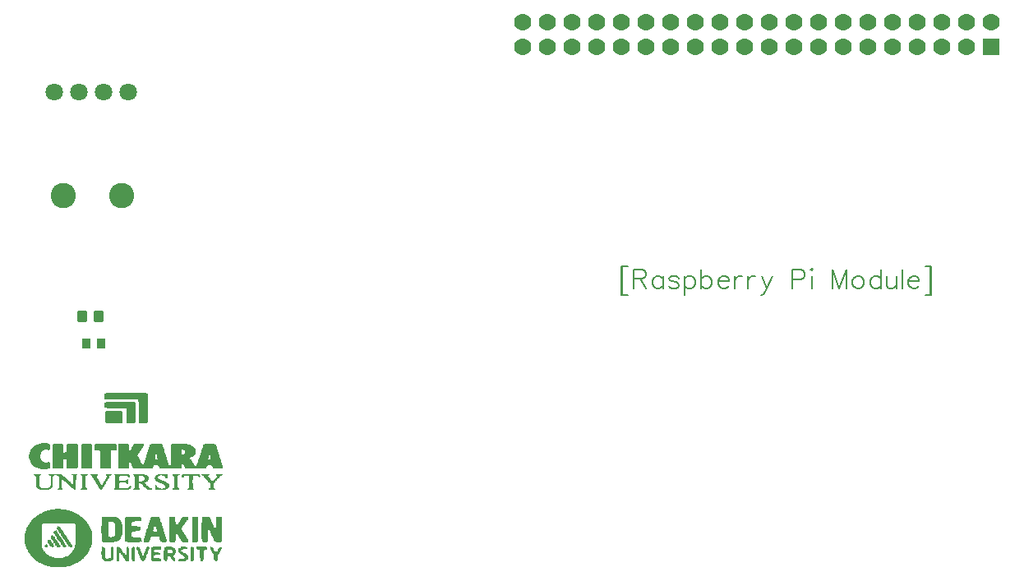
<source format=gts>
G04 Layer: TopSolderMaskLayer*
G04 EasyEDA v6.5.34, 2023-10-03 12:26:18*
G04 78a80f753c6143bb8b8cf10a4e40b0e4,10*
G04 Gerber Generator version 0.2*
G04 Scale: 100 percent, Rotated: No, Reflected: No *
G04 Dimensions in millimeters *
G04 leading zeros omitted , absolute positions ,4 integer and 5 decimal *
%FSLAX45Y45*%
%MOMM*%

%AMMACRO1*1,1,$1,$2,$3*1,1,$1,$4,$5*1,1,$1,0-$2,0-$3*1,1,$1,0-$4,0-$5*20,1,$1,$2,$3,$4,$5,0*20,1,$1,$4,$5,0-$2,0-$3,0*20,1,$1,0-$2,0-$3,0-$4,0-$5,0*20,1,$1,0-$4,0-$5,$2,$3,0*4,1,4,$2,$3,$4,$5,0-$2,0-$3,0-$4,0-$5,$2,$3,0*%
%ADD10C,0.2032*%
%ADD11C,2.6000*%
%ADD12MACRO1,0.1016X0.45X0.5X0.45X-0.5*%
%ADD13MACRO1,0.1016X-0.4032X-0.432X-0.4032X0.432*%
%ADD14MACRO1,0.1016X0.4032X-0.432X0.4032X0.432*%
%ADD15C,1.8032*%
%ADD16MACRO1,0.1016X-0.8325X0.8325X0.8325X0.8325*%
%ADD17C,1.7666*%
%ADD18C,0.0119*%

%LPD*%
G36*
X5602884Y-4088790D02*
G01*
X5505704Y-4088993D01*
X5461558Y-4089349D01*
X5458307Y-4089958D01*
X5455513Y-4090924D01*
X5452719Y-4092295D01*
X5444032Y-4098036D01*
X5444032Y-4147515D01*
X5450992Y-4152392D01*
X5454904Y-4154728D01*
X5456631Y-4155389D01*
X5476392Y-4155795D01*
X5522976Y-4156100D01*
X5718962Y-4156303D01*
X5768289Y-4156557D01*
X5791657Y-4157167D01*
X5792216Y-4157624D01*
X5792724Y-4160012D01*
X5793130Y-4165041D01*
X5793638Y-4185818D01*
X5794349Y-4351121D01*
X5795010Y-4387392D01*
X5795721Y-4390237D01*
X5796788Y-4392371D01*
X5798870Y-4393895D01*
X5802376Y-4394911D01*
X5807964Y-4395571D01*
X5816092Y-4395927D01*
X5880303Y-4396079D01*
X5885281Y-4392777D01*
X5889193Y-4389424D01*
X5890717Y-4387646D01*
X5891631Y-4386072D01*
X5892241Y-4378096D01*
X5892698Y-4359148D01*
X5893155Y-4298086D01*
X5893155Y-4231995D01*
X5892647Y-4159504D01*
X5891733Y-4109059D01*
X5891123Y-4098188D01*
X5889802Y-4093210D01*
X5889193Y-4092448D01*
X5888126Y-4091787D01*
X5883910Y-4090720D01*
X5880455Y-4090263D01*
X5870041Y-4089654D01*
X5853887Y-4089247D01*
X5789625Y-4088892D01*
G37*
G36*
X5508853Y-4182160D02*
G01*
X5466435Y-4182567D01*
X5458002Y-4183024D01*
X5453837Y-4183634D01*
X5447842Y-4185513D01*
X5444744Y-4189222D01*
X5443524Y-4197248D01*
X5443321Y-4212183D01*
X5443524Y-4226560D01*
X5444490Y-4234586D01*
X5446928Y-4238548D01*
X5452414Y-4241038D01*
X5454904Y-4241495D01*
X5459120Y-4241901D01*
X5477052Y-4242409D01*
X5630214Y-4243070D01*
X5656834Y-4243374D01*
X5663539Y-4243628D01*
X5667197Y-4243984D01*
X5668772Y-4244441D01*
X5669076Y-4244695D01*
X5669432Y-4247743D01*
X5670042Y-4267301D01*
X5670499Y-4299864D01*
X5671007Y-4370070D01*
X5671362Y-4382820D01*
X5671870Y-4389780D01*
X5672226Y-4391710D01*
X5672683Y-4392930D01*
X5673852Y-4394149D01*
X5676239Y-4395216D01*
X5681472Y-4395876D01*
X5692190Y-4396282D01*
X5724499Y-4396841D01*
X5742482Y-4396790D01*
X5747969Y-4396384D01*
X5751779Y-4395724D01*
X5754268Y-4394708D01*
X5755944Y-4393336D01*
X5758332Y-4389831D01*
X5761583Y-4386478D01*
X5767324Y-4382363D01*
X5767222Y-4248810D01*
X5766460Y-4191101D01*
X5766206Y-4188917D01*
X5763869Y-4187342D01*
X5754065Y-4182414D01*
G37*
G36*
X5536438Y-4268774D02*
G01*
X5501487Y-4268927D01*
X5465775Y-4269536D01*
X5462117Y-4269841D01*
X5460238Y-4270756D01*
X5458155Y-4272737D01*
X5455208Y-4276394D01*
X5450840Y-4282389D01*
X5450332Y-4284167D01*
X5449519Y-4292854D01*
X5449011Y-4306773D01*
X5448706Y-4323791D01*
X5449011Y-4358843D01*
X5449570Y-4372711D01*
X5450382Y-4381347D01*
X5450840Y-4383024D01*
X5452719Y-4386021D01*
X5455920Y-4392980D01*
X5456783Y-4393793D01*
X5458002Y-4394504D01*
X5459831Y-4395063D01*
X5465724Y-4395825D01*
X5475579Y-4396282D01*
X5525363Y-4396384D01*
X5619089Y-4396079D01*
X5626709Y-4390999D01*
X5627928Y-4389729D01*
X5628843Y-4388104D01*
X5629554Y-4385868D01*
X5630062Y-4382820D01*
X5630621Y-4373219D01*
X5630722Y-4346956D01*
X5630316Y-4301337D01*
X5629808Y-4288840D01*
X5629402Y-4284726D01*
X5628843Y-4281779D01*
X5628030Y-4279747D01*
X5627014Y-4278426D01*
X5625795Y-4277563D01*
X5622391Y-4276445D01*
X5618988Y-4274921D01*
X5617616Y-4273956D01*
X5615787Y-4271975D01*
X5613044Y-4270197D01*
X5611520Y-4269689D01*
X5607659Y-4269384D01*
X5586679Y-4268978D01*
G37*
G36*
X4814671Y-4605731D02*
G01*
X4798212Y-4606036D01*
X4793843Y-4606290D01*
X4786884Y-4607712D01*
X4769916Y-4612690D01*
X4753457Y-4616602D01*
X4748580Y-4618126D01*
X4744212Y-4619904D01*
X4739792Y-4622190D01*
X4728413Y-4629048D01*
X4717897Y-4636058D01*
X4709464Y-4642459D01*
X4706366Y-4645152D01*
X4698746Y-4653381D01*
X4696104Y-4655870D01*
X4692192Y-4661052D01*
X4688078Y-4667453D01*
X4684014Y-4673041D01*
X4680153Y-4677511D01*
X4678273Y-4680813D01*
X4676851Y-4684725D01*
X4675124Y-4692548D01*
X4667758Y-4717643D01*
X4666132Y-4724908D01*
X4665167Y-4731867D01*
X4664862Y-4738674D01*
X4665218Y-4745532D01*
X4666234Y-4752594D01*
X4667961Y-4760010D01*
X4676800Y-4791151D01*
X4678984Y-4796383D01*
X4681575Y-4801666D01*
X4684623Y-4806848D01*
X4687925Y-4811776D01*
X4691430Y-4816246D01*
X4694986Y-4820107D01*
X4700574Y-4824882D01*
X4704283Y-4828692D01*
X4706874Y-4832096D01*
X4709109Y-4834280D01*
X4714798Y-4838801D01*
X4724095Y-4845304D01*
X4731156Y-4849926D01*
X4738674Y-4853889D01*
X4746294Y-4857140D01*
X4763719Y-4862423D01*
X4764582Y-4862931D01*
X4765649Y-4864100D01*
X4768545Y-4865420D01*
X4773066Y-4866792D01*
X4785715Y-4869484D01*
X4801260Y-4871669D01*
X4809388Y-4872482D01*
X4816195Y-4872786D01*
X4823561Y-4872837D01*
X4839106Y-4871974D01*
X4846777Y-4871161D01*
X4860696Y-4868875D01*
X4866487Y-4867402D01*
X4872075Y-4865674D01*
X4876342Y-4863896D01*
X4879441Y-4861661D01*
X4881575Y-4858664D01*
X4882896Y-4854448D01*
X4883607Y-4848656D01*
X4883912Y-4840884D01*
X4884013Y-4830775D01*
X4883810Y-4815230D01*
X4882642Y-4806696D01*
X4879594Y-4802428D01*
X4873701Y-4799634D01*
X4871161Y-4798720D01*
X4869281Y-4798364D01*
X4867351Y-4798568D01*
X4858461Y-4801006D01*
X4851654Y-4802124D01*
X4844643Y-4802682D01*
X4837734Y-4802784D01*
X4831080Y-4802327D01*
X4825034Y-4801362D01*
X4819853Y-4799888D01*
X4812487Y-4796282D01*
X4808880Y-4795012D01*
X4804765Y-4792472D01*
X4801108Y-4789576D01*
X4799482Y-4787544D01*
X4799025Y-4786274D01*
X4795977Y-4781397D01*
X4791202Y-4774844D01*
X4789119Y-4771288D01*
X4787442Y-4767580D01*
X4786223Y-4763566D01*
X4785258Y-4759045D01*
X4784648Y-4753914D01*
X4784293Y-4748022D01*
X4784293Y-4731918D01*
X4784648Y-4723942D01*
X4785309Y-4717135D01*
X4786325Y-4711395D01*
X4787747Y-4706467D01*
X4789525Y-4702302D01*
X4791760Y-4698746D01*
X4795977Y-4693818D01*
X4798974Y-4689297D01*
X4801971Y-4683556D01*
X4804206Y-4681067D01*
X4807051Y-4679442D01*
X4812538Y-4678121D01*
X4817110Y-4676597D01*
X4823866Y-4673904D01*
X4828997Y-4672634D01*
X4834534Y-4671822D01*
X4840274Y-4671415D01*
X4846066Y-4671517D01*
X4851704Y-4672126D01*
X4857089Y-4673193D01*
X4862068Y-4674717D01*
X4868824Y-4677308D01*
X4876647Y-4674006D01*
X4879136Y-4672431D01*
X4880965Y-4670348D01*
X4882337Y-4667504D01*
X4883251Y-4663643D01*
X4883861Y-4658563D01*
X4884420Y-4643374D01*
X4884826Y-4620717D01*
X4880203Y-4617415D01*
X4877358Y-4615738D01*
X4873294Y-4613859D01*
X4862322Y-4609998D01*
X4849063Y-4605934D01*
G37*
G36*
X5253431Y-4610963D02*
G01*
X5238851Y-4611116D01*
X5226507Y-4611522D01*
X5218023Y-4612233D01*
X5215686Y-4612640D01*
X5210911Y-4614519D01*
X5206238Y-4617110D01*
X5201716Y-4620107D01*
X5201818Y-4803140D01*
X5202224Y-4835144D01*
X5202631Y-4845608D01*
X5203291Y-4853127D01*
X5204206Y-4858207D01*
X5204764Y-4860036D01*
X5206187Y-4862474D01*
X5207965Y-4863846D01*
X5212892Y-4865471D01*
X5217312Y-4866640D01*
X5224170Y-4867300D01*
X5260594Y-4867808D01*
X5302046Y-4868011D01*
X5307939Y-4864963D01*
X5309920Y-4863592D01*
X5311495Y-4861356D01*
X5312664Y-4857496D01*
X5313527Y-4851146D01*
X5314137Y-4841544D01*
X5314746Y-4809185D01*
X5314848Y-4672126D01*
X5314543Y-4641596D01*
X5314137Y-4631690D01*
X5313578Y-4624628D01*
X5312765Y-4619904D01*
X5311597Y-4617008D01*
X5310174Y-4615281D01*
X5308295Y-4614316D01*
X5302808Y-4612589D01*
X5294934Y-4611827D01*
X5283047Y-4611319D01*
X5268671Y-4611014D01*
G37*
G36*
X5344820Y-4611014D02*
G01*
X5336489Y-4616958D01*
X5336489Y-4674006D01*
X5340299Y-4676648D01*
X5342890Y-4678172D01*
X5346649Y-4678984D01*
X5354066Y-4679391D01*
X5380888Y-4679899D01*
X5388356Y-4680254D01*
X5392166Y-4680915D01*
X5394807Y-4682490D01*
X5395620Y-4683709D01*
X5396230Y-4686350D01*
X5396687Y-4691481D01*
X5397195Y-4713325D01*
X5397754Y-4814112D01*
X5398109Y-4846167D01*
X5398414Y-4854803D01*
X5398871Y-4859934D01*
X5399532Y-4862677D01*
X5400344Y-4863998D01*
X5403799Y-4867198D01*
X5463794Y-4867503D01*
X5485942Y-4867300D01*
X5492851Y-4866944D01*
X5497626Y-4866335D01*
X5500776Y-4865420D01*
X5502859Y-4864201D01*
X5504840Y-4862017D01*
X5505500Y-4860188D01*
X5506008Y-4856734D01*
X5506415Y-4850841D01*
X5506872Y-4828336D01*
X5507482Y-4683150D01*
X5510479Y-4681474D01*
X5512663Y-4680610D01*
X5516118Y-4680102D01*
X5530392Y-4679746D01*
X5546394Y-4679645D01*
X5552287Y-4679391D01*
X5556910Y-4678781D01*
X5560517Y-4677765D01*
X5563158Y-4676140D01*
X5565038Y-4673803D01*
X5566308Y-4670602D01*
X5567070Y-4666488D01*
X5567578Y-4661255D01*
X5568594Y-4632299D01*
X5568543Y-4624019D01*
X5567934Y-4619752D01*
X5565800Y-4616602D01*
X5564428Y-4615129D01*
X5562498Y-4613960D01*
X5559196Y-4613097D01*
X5553710Y-4612487D01*
X5545328Y-4612030D01*
X5516626Y-4611573D01*
G37*
G36*
X5087721Y-4611065D02*
G01*
X5074056Y-4611370D01*
X5068874Y-4611827D01*
X5064607Y-4612690D01*
X5061204Y-4613960D01*
X5058613Y-4615688D01*
X5056632Y-4618075D01*
X5055260Y-4621123D01*
X5054396Y-4624933D01*
X5053888Y-4629607D01*
X5053685Y-4641850D01*
X5053939Y-4658512D01*
X5053888Y-4693208D01*
X5053634Y-4696307D01*
X5049977Y-4697476D01*
X5043830Y-4698593D01*
X5036820Y-4699457D01*
X5030470Y-4699812D01*
X5025593Y-4699762D01*
X5022596Y-4699355D01*
X5020614Y-4698492D01*
X5017719Y-4695901D01*
X5017008Y-4694631D01*
X5016449Y-4692650D01*
X5015941Y-4684877D01*
X5016296Y-4633518D01*
X5016093Y-4626254D01*
X5015636Y-4621174D01*
X5014874Y-4617821D01*
X5013706Y-4615637D01*
X5012080Y-4614113D01*
X5008727Y-4612335D01*
X5007102Y-4611928D01*
X5001006Y-4611471D01*
X4988814Y-4611268D01*
X4952034Y-4611370D01*
X4927498Y-4611827D01*
X4921707Y-4612132D01*
X4918252Y-4612640D01*
X4915408Y-4613402D01*
X4913020Y-4614468D01*
X4906975Y-4618837D01*
X4907737Y-4861915D01*
X4915458Y-4867198D01*
X5008321Y-4867757D01*
X5016601Y-4861864D01*
X5016042Y-4807051D01*
X5016195Y-4784039D01*
X5016550Y-4780483D01*
X5017058Y-4778095D01*
X5017820Y-4776368D01*
X5021884Y-4770374D01*
X5030114Y-4770374D01*
X5036261Y-4770882D01*
X5043068Y-4772101D01*
X5049266Y-4773879D01*
X5053685Y-4775809D01*
X5054041Y-4786833D01*
X5053888Y-4839614D01*
X5054295Y-4848656D01*
X5055108Y-4855311D01*
X5056378Y-4860036D01*
X5058156Y-4863236D01*
X5060543Y-4865319D01*
X5063642Y-4866792D01*
X5067808Y-4867148D01*
X5091277Y-4867656D01*
X5130546Y-4867808D01*
X5146294Y-4867452D01*
X5151932Y-4867046D01*
X5156352Y-4866436D01*
X5159654Y-4865624D01*
X5162143Y-4864506D01*
X5163870Y-4863134D01*
X5165090Y-4861356D01*
X5165953Y-4859274D01*
X5166817Y-4855921D01*
X5167376Y-4847183D01*
X5168036Y-4803597D01*
X5168188Y-4619498D01*
X5161026Y-4614824D01*
X5157927Y-4613605D01*
X5154015Y-4612690D01*
X5148783Y-4612030D01*
X5141823Y-4611573D01*
X5121046Y-4611166D01*
G37*
G36*
X5683300Y-4611116D02*
G01*
X5620867Y-4611420D01*
X5597855Y-4612132D01*
X5592978Y-4612944D01*
X5589117Y-4614316D01*
X5586120Y-4616196D01*
X5583885Y-4618736D01*
X5583529Y-4620158D01*
X5583021Y-4628997D01*
X5582666Y-4675479D01*
X5583682Y-4861915D01*
X5591403Y-4867198D01*
X5683656Y-4867808D01*
X5690463Y-4862931D01*
X5692089Y-4860950D01*
X5693308Y-4858308D01*
X5694070Y-4854702D01*
X5694527Y-4849723D01*
X5694629Y-4834534D01*
X5694172Y-4814671D01*
X5694476Y-4798466D01*
X5694832Y-4791608D01*
X5695391Y-4785766D01*
X5696102Y-4781194D01*
X5696966Y-4778044D01*
X5697931Y-4776470D01*
X5698337Y-4776724D01*
X5699556Y-4779416D01*
X5703011Y-4790643D01*
X5705856Y-4798060D01*
X5708650Y-4803698D01*
X5711444Y-4807610D01*
X5714847Y-4811572D01*
X5717235Y-4815281D01*
X5718962Y-4819650D01*
X5721654Y-4829352D01*
X5722975Y-4832654D01*
X5724601Y-4835448D01*
X5728258Y-4839970D01*
X5729782Y-4842205D01*
X5730951Y-4844389D01*
X5733389Y-4851603D01*
X5735878Y-4856835D01*
X5738723Y-4861153D01*
X5741466Y-4863846D01*
X5744006Y-4865217D01*
X5747461Y-4866284D01*
X5752846Y-4866995D01*
X5761228Y-4867503D01*
X5773572Y-4867757D01*
X5828842Y-4867757D01*
X5931916Y-4867198D01*
X5935421Y-4864912D01*
X5937148Y-4863490D01*
X5938672Y-4861509D01*
X5940044Y-4858867D01*
X5944006Y-4847640D01*
X5946546Y-4842256D01*
X5949391Y-4838344D01*
X5952998Y-4835042D01*
X5958332Y-4830978D01*
X5990640Y-4830826D01*
X5997092Y-4835296D01*
X6001258Y-4838598D01*
X6004001Y-4842052D01*
X6005576Y-4845812D01*
X6006134Y-4850231D01*
X6007049Y-4854702D01*
X6009436Y-4859223D01*
X6012738Y-4863185D01*
X6016498Y-4865725D01*
X6018580Y-4866233D01*
X6026759Y-4867046D01*
X6039104Y-4867605D01*
X6053937Y-4867910D01*
X6084671Y-4867706D01*
X6097422Y-4867198D01*
X6106261Y-4866386D01*
X6108700Y-4865878D01*
X6116472Y-4863642D01*
X6122771Y-4862271D01*
X6127242Y-4861864D01*
X6129375Y-4862423D01*
X6131560Y-4863947D01*
X6135268Y-4865725D01*
X6138875Y-4866894D01*
X6145276Y-4867503D01*
X6158433Y-4867706D01*
X6201867Y-4867656D01*
X6216396Y-4867300D01*
X6221984Y-4866944D01*
X6226657Y-4866335D01*
X6230366Y-4865420D01*
X6233312Y-4864252D01*
X6235598Y-4862728D01*
X6237224Y-4860747D01*
X6238341Y-4858308D01*
X6239052Y-4855413D01*
X6239459Y-4851908D01*
X6239560Y-4826000D01*
X6240424Y-4819294D01*
X6242659Y-4815535D01*
X6246774Y-4812944D01*
X6248857Y-4811979D01*
X6250228Y-4811572D01*
X6251194Y-4811725D01*
X6252006Y-4812385D01*
X6253886Y-4815027D01*
X6255715Y-4818684D01*
X6257340Y-4823053D01*
X6259626Y-4831638D01*
X6260896Y-4834788D01*
X6262776Y-4837836D01*
X6265570Y-4841443D01*
X6267704Y-4845253D01*
X6270701Y-4851654D01*
X6273952Y-4857851D01*
X6277508Y-4862271D01*
X6281775Y-4865166D01*
X6286957Y-4866741D01*
X6297879Y-4867300D01*
X6351524Y-4867859D01*
X6420713Y-4867706D01*
X6451041Y-4867402D01*
X6473139Y-4866944D01*
X6482994Y-4866335D01*
X6487261Y-4864252D01*
X6490716Y-4860594D01*
X6493459Y-4855159D01*
X6496710Y-4843272D01*
X6497980Y-4840376D01*
X6500164Y-4838090D01*
X6510274Y-4830978D01*
X6544106Y-4830775D01*
X6550812Y-4837176D01*
X6554063Y-4841544D01*
X6554978Y-4843373D01*
X6558991Y-4853381D01*
X6562344Y-4860137D01*
X6565493Y-4864252D01*
X6568795Y-4866436D01*
X6572300Y-4866995D01*
X6580378Y-4867402D01*
X6612839Y-4867706D01*
X6636410Y-4867656D01*
X6645097Y-4867452D01*
X6651955Y-4867046D01*
X6657136Y-4866335D01*
X6660845Y-4865217D01*
X6663283Y-4863693D01*
X6664553Y-4861610D01*
X6664858Y-4858969D01*
X6664401Y-4855667D01*
X6660184Y-4840376D01*
X6657949Y-4826812D01*
X6656527Y-4820920D01*
X6654850Y-4816043D01*
X6651447Y-4809236D01*
X6647738Y-4797907D01*
X6643624Y-4782921D01*
X6641185Y-4775301D01*
X6638544Y-4768392D01*
X6633311Y-4756810D01*
X6631330Y-4751578D01*
X6629908Y-4746498D01*
X6627520Y-4732883D01*
X6625996Y-4726127D01*
X6624167Y-4720488D01*
X6620509Y-4712004D01*
X6616852Y-4700625D01*
X6612077Y-4683201D01*
X6609892Y-4676394D01*
X6608064Y-4672330D01*
X6605981Y-4669688D01*
X6603492Y-4665573D01*
X6601002Y-4659172D01*
X6599072Y-4652213D01*
X6597650Y-4639513D01*
X6595973Y-4631639D01*
X6593789Y-4624628D01*
X6591553Y-4620209D01*
X6590131Y-4618888D01*
X6585610Y-4615789D01*
X6577126Y-4611624D01*
X6491884Y-4611268D01*
X6480860Y-4611573D01*
X6475120Y-4612436D01*
X6466382Y-4615332D01*
X6462217Y-4617923D01*
X6459778Y-4621326D01*
X6458407Y-4626152D01*
X6456578Y-4633823D01*
X6453835Y-4642459D01*
X6450533Y-4650994D01*
X6446012Y-4660747D01*
X6444081Y-4668367D01*
X6441287Y-4684776D01*
X6439001Y-4694275D01*
X6436461Y-4701489D01*
X6431534Y-4710074D01*
X6429857Y-4713782D01*
X6428384Y-4717999D01*
X6425387Y-4730292D01*
X6423152Y-4737557D01*
X6420358Y-4745177D01*
X6415481Y-4757267D01*
X6413150Y-4765954D01*
X6509410Y-4765954D01*
X6514439Y-4753711D01*
X6516217Y-4748784D01*
X6517640Y-4743754D01*
X6520332Y-4729124D01*
X6521907Y-4721707D01*
X6523481Y-4716119D01*
X6525259Y-4711801D01*
X6526987Y-4708804D01*
X6528460Y-4708855D01*
X6529933Y-4712360D01*
X6531864Y-4719777D01*
X6532727Y-4724146D01*
X6534200Y-4736439D01*
X6535166Y-4749088D01*
X6536639Y-4759756D01*
X6537452Y-4762906D01*
X6538010Y-4767427D01*
X6535826Y-4770678D01*
X6530898Y-4772609D01*
X6523278Y-4773218D01*
X6514338Y-4772660D01*
X6509867Y-4770475D01*
X6509410Y-4765954D01*
X6413150Y-4765954D01*
X6409994Y-4782058D01*
X6408369Y-4788611D01*
X6406540Y-4793437D01*
X6401765Y-4801717D01*
X6399733Y-4806797D01*
X6397650Y-4814112D01*
X6392316Y-4837226D01*
X6390386Y-4842865D01*
X6388455Y-4843627D01*
X6383832Y-4839462D01*
X6379768Y-4836464D01*
X6374942Y-4834077D01*
X6372860Y-4832400D01*
X6371031Y-4829556D01*
X6366764Y-4821428D01*
X6364732Y-4818329D01*
X6362649Y-4815636D01*
X6358788Y-4811572D01*
X6356604Y-4808575D01*
X6354419Y-4804968D01*
X6350457Y-4797094D01*
X6348272Y-4793284D01*
X6346037Y-4789982D01*
X6342227Y-4785512D01*
X6338468Y-4779924D01*
X6335725Y-4774438D01*
X6332474Y-4769307D01*
X6325717Y-4761534D01*
X6324142Y-4757623D01*
X6326225Y-4754727D01*
X6338620Y-4748834D01*
X6340348Y-4747514D01*
X6348222Y-4743602D01*
X6353048Y-4740605D01*
X6360820Y-4734509D01*
X6365138Y-4731512D01*
X6368338Y-4728362D01*
X6372606Y-4723333D01*
X6378397Y-4716018D01*
X6380581Y-4711547D01*
X6382105Y-4705096D01*
X6382969Y-4697323D01*
X6383172Y-4688840D01*
X6382715Y-4680407D01*
X6381597Y-4672584D01*
X6379921Y-4666132D01*
X6377584Y-4661662D01*
X6369304Y-4650994D01*
X6366154Y-4647387D01*
X6362141Y-4643577D01*
X6357416Y-4639665D01*
X6352286Y-4635855D01*
X6346901Y-4632248D01*
X6341465Y-4629048D01*
X6336284Y-4626406D01*
X6323330Y-4621174D01*
X6319113Y-4618685D01*
X6314643Y-4617161D01*
X6308496Y-4615891D01*
X6300520Y-4614773D01*
X6290665Y-4613808D01*
X6278778Y-4612995D01*
X6248298Y-4611928D01*
X6208115Y-4611370D01*
X6159042Y-4611268D01*
X6146038Y-4611725D01*
X6141567Y-4612132D01*
X6138113Y-4612741D01*
X6135420Y-4613452D01*
X6131255Y-4615434D01*
X6124549Y-4620158D01*
X6124690Y-4713833D01*
X6238748Y-4713833D01*
X6239357Y-4673142D01*
X6248755Y-4669891D01*
X6251498Y-4669536D01*
X6253734Y-4670196D01*
X6257950Y-4673193D01*
X6261252Y-4676241D01*
X6263589Y-4678832D01*
X6265468Y-4680508D01*
X6267653Y-4681931D01*
X6268923Y-4685131D01*
X6269786Y-4689957D01*
X6270091Y-4695952D01*
X6269990Y-4701336D01*
X6269380Y-4704740D01*
X6267754Y-4707483D01*
X6262065Y-4713427D01*
X6256985Y-4717542D01*
X6254953Y-4718812D01*
X6250889Y-4720742D01*
X6241745Y-4717338D01*
X6239865Y-4716272D01*
X6238951Y-4715154D01*
X6238748Y-4713833D01*
X6124690Y-4713833D01*
X6124702Y-4766868D01*
X6124346Y-4807305D01*
X6123889Y-4820615D01*
X6123178Y-4830267D01*
X6122162Y-4836972D01*
X6121552Y-4839411D01*
X6119977Y-4842916D01*
X6117945Y-4845202D01*
X6115456Y-4846929D01*
X6113373Y-4847539D01*
X6111595Y-4844999D01*
X6109360Y-4837582D01*
X6104432Y-4817364D01*
X6102858Y-4811776D01*
X6101384Y-4807458D01*
X6100216Y-4804867D01*
X6096508Y-4798415D01*
X6093663Y-4792421D01*
X6091936Y-4787138D01*
X6091326Y-4782870D01*
X6090716Y-4776063D01*
X6088989Y-4768088D01*
X6086602Y-4760163D01*
X6082030Y-4749698D01*
X6077966Y-4737455D01*
X6074105Y-4723688D01*
X6070092Y-4712004D01*
X6068466Y-4708601D01*
X6065164Y-4702810D01*
X6063030Y-4697628D01*
X6061506Y-4691329D01*
X6058306Y-4672787D01*
X6056376Y-4665116D01*
X6054242Y-4659528D01*
X6051600Y-4655464D01*
X6050127Y-4651400D01*
X6046876Y-4639411D01*
X6045200Y-4634382D01*
X6043168Y-4626102D01*
X6041593Y-4621479D01*
X6038596Y-4617770D01*
X6034074Y-4614824D01*
X6027978Y-4612640D01*
X6023152Y-4611827D01*
X6014618Y-4611370D01*
X5999022Y-4611217D01*
X5924245Y-4611624D01*
X5915101Y-4615840D01*
X5912459Y-4617618D01*
X5910376Y-4619802D01*
X5908700Y-4622749D01*
X5907278Y-4626762D01*
X5905957Y-4632147D01*
X5902248Y-4652619D01*
X5901029Y-4656328D01*
X5899454Y-4659782D01*
X5895289Y-4666589D01*
X5893511Y-4670348D01*
X5892038Y-4674311D01*
X5888278Y-4688789D01*
X5885332Y-4698339D01*
X5883960Y-4703876D01*
X5882487Y-4707940D01*
X5879795Y-4712004D01*
X5877610Y-4717745D01*
X5875477Y-4725720D01*
X5872226Y-4742230D01*
X5870752Y-4748225D01*
X5869279Y-4753152D01*
X5867857Y-4756556D01*
X5864860Y-4762703D01*
X5863847Y-4765243D01*
X5962802Y-4765243D01*
X5964377Y-4761026D01*
X5965850Y-4754321D01*
X5967171Y-4744974D01*
X5969660Y-4722926D01*
X5971336Y-4714189D01*
X5973165Y-4707940D01*
X5974791Y-4705553D01*
X5975705Y-4706823D01*
X5977331Y-4709922D01*
X5978398Y-4713020D01*
X5980734Y-4724552D01*
X5983071Y-4740452D01*
X5984443Y-4747107D01*
X5986018Y-4752492D01*
X5991301Y-4764684D01*
X5991707Y-4768748D01*
X5988812Y-4770882D01*
X5982055Y-4772355D01*
X5973826Y-4772761D01*
X5967069Y-4771440D01*
X5963005Y-4768799D01*
X5962802Y-4765243D01*
X5863847Y-4765243D01*
X5862066Y-4769713D01*
X5859221Y-4778146D01*
X5854496Y-4793691D01*
X5849924Y-4805172D01*
X5844590Y-4815992D01*
X5842101Y-4820361D01*
X5839866Y-4823663D01*
X5838037Y-4825492D01*
X5836818Y-4825949D01*
X5835599Y-4824984D01*
X5834024Y-4822190D01*
X5829503Y-4812487D01*
X5823864Y-4802632D01*
X5818479Y-4794605D01*
X5816193Y-4790592D01*
X5814415Y-4786884D01*
X5812332Y-4780788D01*
X5810961Y-4777790D01*
X5809183Y-4774946D01*
X5805017Y-4769612D01*
X5802782Y-4766208D01*
X5795568Y-4752340D01*
X5793892Y-4749850D01*
X5788964Y-4744313D01*
X5786374Y-4739792D01*
X5784799Y-4734915D01*
X5784291Y-4729886D01*
X5784799Y-4724958D01*
X5786323Y-4720285D01*
X5788863Y-4716119D01*
X5793892Y-4711293D01*
X5797702Y-4706162D01*
X5801563Y-4699812D01*
X5805982Y-4693462D01*
X5809742Y-4688890D01*
X5811621Y-4685944D01*
X5813348Y-4682693D01*
X5816803Y-4674412D01*
X5818682Y-4670806D01*
X5820816Y-4668113D01*
X5824778Y-4664506D01*
X5828030Y-4659680D01*
X5831332Y-4653635D01*
X5835650Y-4647082D01*
X5839714Y-4642002D01*
X5843524Y-4636211D01*
X5845911Y-4631080D01*
X5849721Y-4624476D01*
X5851093Y-4621631D01*
X5850890Y-4618837D01*
X5849010Y-4616145D01*
X5845606Y-4613503D01*
X5844438Y-4612894D01*
X5842863Y-4612436D01*
X5836869Y-4611827D01*
X5801106Y-4611319D01*
X5767628Y-4611471D01*
X5760008Y-4611878D01*
X5753811Y-4612538D01*
X5748883Y-4613503D01*
X5745022Y-4614773D01*
X5741974Y-4616500D01*
X5739587Y-4618634D01*
X5737656Y-4621276D01*
X5736031Y-4624527D01*
X5732780Y-4632147D01*
X5728766Y-4639462D01*
X5725109Y-4644694D01*
X5723026Y-4648403D01*
X5717692Y-4661001D01*
X5714238Y-4667605D01*
X5709513Y-4672634D01*
X5706567Y-4676800D01*
X5703976Y-4681931D01*
X5700166Y-4691888D01*
X5698998Y-4694428D01*
X5698083Y-4695799D01*
X5697423Y-4695850D01*
X5696458Y-4693970D01*
X5695696Y-4690922D01*
X5695035Y-4686655D01*
X5694273Y-4674819D01*
X5694121Y-4658918D01*
X5694680Y-4631690D01*
X5694527Y-4625949D01*
X5694019Y-4621733D01*
X5693156Y-4618786D01*
X5691784Y-4616653D01*
X5689904Y-4615027D01*
G37*
G36*
X5642051Y-4920234D02*
G01*
X5595620Y-4920792D01*
X5567984Y-4921351D01*
X5550052Y-4922266D01*
X5544667Y-4922977D01*
X5541416Y-4923840D01*
X5540044Y-4925009D01*
X5540451Y-4926431D01*
X5543854Y-4929632D01*
X5548020Y-4935169D01*
X5555030Y-4946802D01*
X5555030Y-5061204D01*
X5545886Y-5073040D01*
X5541060Y-5078831D01*
X5538520Y-5081524D01*
X5538063Y-5082438D01*
X5538368Y-5083200D01*
X5539689Y-5083810D01*
X5542229Y-5084318D01*
X5546293Y-5084724D01*
X5559653Y-5085232D01*
X5684215Y-5086146D01*
X5692495Y-5082997D01*
X5698896Y-5080254D01*
X5703163Y-5077358D01*
X5706059Y-5073548D01*
X5709869Y-5064861D01*
X5713171Y-5058765D01*
X5717235Y-5053380D01*
X5718200Y-5051348D01*
X5717743Y-5049723D01*
X5713425Y-5045811D01*
X5699556Y-5050790D01*
X5695340Y-5053076D01*
X5691530Y-5056022D01*
X5685078Y-5062220D01*
X5682335Y-5063845D01*
X5678728Y-5065064D01*
X5674055Y-5066030D01*
X5667857Y-5066690D01*
X5659932Y-5067198D01*
X5637631Y-5067706D01*
X5606389Y-5068112D01*
X5596940Y-5061864D01*
X5596940Y-5041849D01*
X5597245Y-5028133D01*
X5598210Y-5018024D01*
X5599836Y-5011267D01*
X5602173Y-5007660D01*
X5603798Y-5007051D01*
X5606846Y-5006543D01*
X5616295Y-5005984D01*
X5629046Y-5005984D01*
X5649061Y-5007000D01*
X5652465Y-5007711D01*
X5655056Y-5009184D01*
X5658154Y-5011928D01*
X5664250Y-5016093D01*
X5672175Y-5019802D01*
X5679541Y-5022138D01*
X5684164Y-5022240D01*
X5685739Y-5019751D01*
X5686704Y-5015077D01*
X5686907Y-5009540D01*
X5685840Y-5001615D01*
X5685790Y-4996129D01*
X5686602Y-4991049D01*
X5686653Y-4988509D01*
X5686348Y-4985969D01*
X5685637Y-4983378D01*
X5684266Y-4979822D01*
X5683148Y-4977942D01*
X5681929Y-4977536D01*
X5678982Y-4978755D01*
X5669076Y-4981295D01*
X5666536Y-4982311D01*
X5664301Y-4983784D01*
X5657799Y-4989677D01*
X5652668Y-4991709D01*
X5643880Y-4992573D01*
X5615533Y-4992827D01*
X5608066Y-4992624D01*
X5604002Y-4992014D01*
X5601106Y-4990846D01*
X5596940Y-4988763D01*
X5596940Y-4946142D01*
X5605576Y-4938014D01*
X5666079Y-4938826D01*
X5678271Y-4944618D01*
X5684977Y-4948428D01*
X5693257Y-4954168D01*
X5698845Y-4957622D01*
X5701639Y-4953406D01*
X5703925Y-4948021D01*
X5704586Y-4941773D01*
X5703620Y-4935474D01*
X5701030Y-4929886D01*
X5698794Y-4927142D01*
X5697423Y-4925974D01*
X5693867Y-4924044D01*
X5688736Y-4922520D01*
X5681522Y-4921453D01*
X5671667Y-4920691D01*
X5658713Y-4920335D01*
G37*
G36*
X6013754Y-4920335D02*
G01*
X6004864Y-4920488D01*
X5999734Y-4920996D01*
X5996228Y-4922012D01*
X5989777Y-4925212D01*
X5980938Y-4930444D01*
X5972759Y-4935829D01*
X5968238Y-4939436D01*
X5965799Y-4943957D01*
X5963107Y-4950714D01*
X5960973Y-4957673D01*
X5960059Y-4962550D01*
X5960973Y-4967630D01*
X5963208Y-4974640D01*
X5966053Y-4981549D01*
X5968847Y-4986477D01*
X5970778Y-4988356D01*
X5974029Y-4990846D01*
X5983122Y-4996789D01*
X5993231Y-5002530D01*
X5997702Y-5004714D01*
X6004255Y-5007305D01*
X6009030Y-5009438D01*
X6011773Y-5011115D01*
X6017514Y-5013502D01*
X6024930Y-5016195D01*
X6032500Y-5019395D01*
X6037935Y-5022240D01*
X6044946Y-5025186D01*
X6051600Y-5027422D01*
X6054445Y-5028641D01*
X6056579Y-5029860D01*
X6062726Y-5035346D01*
X6067755Y-5039207D01*
X6069685Y-5041239D01*
X6070955Y-5043576D01*
X6071971Y-5046573D01*
X6072632Y-5050790D01*
X6072225Y-5054600D01*
X6070701Y-5058003D01*
X6068060Y-5061102D01*
X6064148Y-5063947D01*
X6058966Y-5066538D01*
X6052464Y-5068976D01*
X6044539Y-5071262D01*
X6038850Y-5072532D01*
X6033617Y-5072735D01*
X6026912Y-5071770D01*
X6016599Y-5069484D01*
X6009182Y-5067503D01*
X6002680Y-5065318D01*
X5997092Y-5062829D01*
X5992368Y-5060086D01*
X5988456Y-5057038D01*
X5985357Y-5053685D01*
X5983020Y-5049977D01*
X5980582Y-5043525D01*
X5978499Y-5039360D01*
X5977483Y-5037988D01*
X5975146Y-5035600D01*
X5967628Y-5038242D01*
X5964275Y-5039766D01*
X5963513Y-5040325D01*
X5963005Y-5042357D01*
X5962700Y-5046624D01*
X5962751Y-5058867D01*
X5963412Y-5071313D01*
X5963920Y-5075732D01*
X5964580Y-5078069D01*
X5967120Y-5080508D01*
X5970828Y-5081930D01*
X5975654Y-5082336D01*
X5981547Y-5081676D01*
X5987440Y-5080711D01*
X5991453Y-5080558D01*
X5994908Y-5081320D01*
X6002578Y-5084419D01*
X6006084Y-5085537D01*
X6014262Y-5087112D01*
X6024524Y-5088077D01*
X6037580Y-5088382D01*
X6049162Y-5088229D01*
X6057646Y-5087467D01*
X6064199Y-5085994D01*
X6072225Y-5082540D01*
X6078016Y-5080304D01*
X6083808Y-5078374D01*
X6086246Y-5077206D01*
X6088176Y-5075936D01*
X6091072Y-5072888D01*
X6095695Y-5068874D01*
X6102045Y-5063794D01*
X6105042Y-5060086D01*
X6107379Y-5055971D01*
X6109055Y-5051501D01*
X6110071Y-5046827D01*
X6110376Y-5042001D01*
X6110071Y-5037226D01*
X6109055Y-5032502D01*
X6107430Y-5028031D01*
X6105093Y-5023866D01*
X6102096Y-5020106D01*
X6098438Y-5016957D01*
X6093561Y-5013198D01*
X6089243Y-5009489D01*
X6086957Y-5007813D01*
X6083706Y-5005832D01*
X6068822Y-4999024D01*
X6063234Y-4995926D01*
X6057493Y-4993640D01*
X6050026Y-4991100D01*
X6041847Y-4987798D01*
X6035548Y-4984800D01*
X6028740Y-4981956D01*
X6023000Y-4980025D01*
X6016853Y-4977333D01*
X6012078Y-4974590D01*
X6008217Y-4972862D01*
X6004661Y-4971948D01*
X6002172Y-4970119D01*
X5999683Y-4967020D01*
X5997194Y-4962702D01*
X5994908Y-4956556D01*
X5994857Y-4951272D01*
X5997143Y-4946853D01*
X6001715Y-4943043D01*
X6007912Y-4939487D01*
X6013551Y-4936896D01*
X6018885Y-4935220D01*
X6024168Y-4934407D01*
X6029655Y-4934458D01*
X6035598Y-4935372D01*
X6042202Y-4937150D01*
X6056071Y-4942128D01*
X6061049Y-4944262D01*
X6064910Y-4946294D01*
X6067958Y-4948478D01*
X6070396Y-4951069D01*
X6072428Y-4954219D01*
X6078677Y-4967528D01*
X6081115Y-4969764D01*
X6084722Y-4970322D01*
X6090310Y-4969611D01*
X6094222Y-4968798D01*
X6096355Y-4968087D01*
X6097168Y-4967173D01*
X6095187Y-4938877D01*
X6094069Y-4928616D01*
X6093561Y-4926584D01*
X6090920Y-4924704D01*
X6086449Y-4923688D01*
X6080810Y-4923485D01*
X6074613Y-4924247D01*
X6070244Y-4925060D01*
X6067450Y-4925212D01*
X6064961Y-4924602D01*
X6057900Y-4921707D01*
X6053124Y-4920894D01*
X6044387Y-4920538D01*
G37*
G36*
X5484723Y-4920538D02*
G01*
X5477052Y-4920691D01*
X5470194Y-4921199D01*
X5464606Y-4922062D01*
X5460847Y-4923383D01*
X5457190Y-4925364D01*
X5461406Y-4933696D01*
X5464911Y-4939334D01*
X5470398Y-4946548D01*
X5466029Y-4951018D01*
X5463997Y-4953457D01*
X5462371Y-4956098D01*
X5461101Y-4959045D01*
X5458206Y-4969306D01*
X5456174Y-4974691D01*
X5453989Y-4978450D01*
X5451602Y-4980736D01*
X5448960Y-4982718D01*
X5446776Y-4985258D01*
X5444794Y-4988712D01*
X5441340Y-4996484D01*
X5437530Y-5003088D01*
X5432247Y-5010912D01*
X5429910Y-5015992D01*
X5428437Y-5021173D01*
X5427726Y-5028184D01*
X5427167Y-5030063D01*
X5426252Y-5031892D01*
X5423408Y-5035296D01*
X5422138Y-5036058D01*
X5420715Y-5035905D01*
X5418480Y-5035042D01*
X5411520Y-5031333D01*
X5406186Y-5026863D01*
X5402376Y-5021529D01*
X5400090Y-5015331D01*
X5398668Y-5010099D01*
X5396890Y-5005882D01*
X5394553Y-5002123D01*
X5389524Y-4996078D01*
X5387492Y-4993030D01*
X5382361Y-4983175D01*
X5379161Y-4978247D01*
X5375097Y-4974488D01*
X5372354Y-4970526D01*
X5369864Y-4965750D01*
X5367223Y-4958080D01*
X5364581Y-4952644D01*
X5359704Y-4945989D01*
X5370677Y-4930444D01*
X5374843Y-4925060D01*
X5368950Y-4923129D01*
X5366308Y-4922570D01*
X5357317Y-4921605D01*
X5345023Y-4920996D01*
X5331409Y-4920691D01*
X5318404Y-4920843D01*
X5308041Y-4921402D01*
X5304434Y-4921859D01*
X5298236Y-4923180D01*
X5295188Y-4924552D01*
X5294934Y-4926330D01*
X5300421Y-4931816D01*
X5304078Y-4936337D01*
X5308396Y-4939842D01*
X5314289Y-4943449D01*
X5316575Y-4945430D01*
X5318201Y-4947716D01*
X5321909Y-4955540D01*
X5324551Y-4959756D01*
X5327091Y-4962804D01*
X5328970Y-4964023D01*
X5330342Y-4965547D01*
X5332628Y-4969510D01*
X5335270Y-4975199D01*
X5339029Y-4984140D01*
X5341924Y-4989271D01*
X5344820Y-4993081D01*
X5347817Y-4997907D01*
X5351576Y-5004968D01*
X5354269Y-5009184D01*
X5357063Y-5012639D01*
X5359806Y-5015179D01*
X5361127Y-5016703D01*
X5364480Y-5022799D01*
X5367680Y-5030622D01*
X5371642Y-5038191D01*
X5375249Y-5043271D01*
X5379364Y-5049977D01*
X5382869Y-5056733D01*
X5384800Y-5059832D01*
X5386730Y-5062423D01*
X5389880Y-5065572D01*
X5393080Y-5069840D01*
X5396636Y-5076291D01*
X5398668Y-5079441D01*
X5400751Y-5081828D01*
X5403240Y-5083911D01*
X5405577Y-5085486D01*
X5407558Y-5085842D01*
X5410098Y-5084927D01*
X5414060Y-5082590D01*
X5419648Y-5078526D01*
X5423865Y-5073954D01*
X5427116Y-5068163D01*
X5432196Y-5053888D01*
X5434177Y-5049367D01*
X5436006Y-5046827D01*
X5439918Y-5044998D01*
X5442356Y-5042204D01*
X5444794Y-5038140D01*
X5448147Y-5030165D01*
X5449925Y-5026710D01*
X5456174Y-5017516D01*
X5458155Y-5013909D01*
X5459933Y-5009997D01*
X5462625Y-5002123D01*
X5464048Y-4998872D01*
X5465521Y-4996281D01*
X5466943Y-4994656D01*
X5470804Y-4991150D01*
X5473395Y-4988102D01*
X5475427Y-4984445D01*
X5479237Y-4975402D01*
X5482844Y-4968849D01*
X5487111Y-4963566D01*
X5489143Y-4960112D01*
X5490616Y-4956251D01*
X5491632Y-4951577D01*
X5492800Y-4947462D01*
X5494731Y-4944160D01*
X5497169Y-4941925D01*
X5502605Y-4940350D01*
X5506059Y-4938623D01*
X5509056Y-4936540D01*
X5510377Y-4934966D01*
X5511342Y-4932832D01*
X5517134Y-4925060D01*
X5512714Y-4923637D01*
X5507126Y-4922316D01*
X5500268Y-4921351D01*
X5492648Y-4920742D01*
G37*
G36*
X6317183Y-4920640D02*
G01*
X6262878Y-4921046D01*
X6258610Y-4921250D01*
X6252870Y-4922062D01*
X6248755Y-4923332D01*
X6245758Y-4925314D01*
X6243370Y-4928311D01*
X6240221Y-4935677D01*
X6239713Y-4943297D01*
X6241745Y-4950256D01*
X6246266Y-4955641D01*
X6249568Y-4957572D01*
X6252260Y-4957572D01*
X6254648Y-4955438D01*
X6259423Y-4947005D01*
X6262522Y-4944262D01*
X6267094Y-4942332D01*
X6273901Y-4940808D01*
X6279997Y-4939944D01*
X6286246Y-4939487D01*
X6292443Y-4939436D01*
X6298336Y-4939741D01*
X6303670Y-4940401D01*
X6308191Y-4941417D01*
X6311646Y-4942687D01*
X6313779Y-4944262D01*
X6314236Y-4945481D01*
X6314795Y-4952288D01*
X6315049Y-4966360D01*
X6314948Y-4989525D01*
X6314084Y-5063693D01*
X6305753Y-5069027D01*
X6301943Y-5072684D01*
X6300216Y-5075682D01*
X6297980Y-5078882D01*
X6293815Y-5083048D01*
X6299047Y-5084318D01*
X6305753Y-5085080D01*
X6317030Y-5085486D01*
X6330797Y-5085638D01*
X6344818Y-5085486D01*
X6356858Y-5085029D01*
X6364782Y-5084267D01*
X6372250Y-5082997D01*
X6368186Y-5079847D01*
X6365189Y-5076596D01*
X6362547Y-5073294D01*
X6360363Y-5071160D01*
X6359042Y-5070449D01*
X6356858Y-5068163D01*
X6355588Y-5066487D01*
X6354876Y-5064709D01*
X6353708Y-5057089D01*
X6352844Y-5044998D01*
X6352286Y-5029758D01*
X6351981Y-5012690D01*
X6351981Y-4995011D01*
X6352235Y-4978044D01*
X6352844Y-4962956D01*
X6353708Y-4951171D01*
X6354216Y-4946853D01*
X6354826Y-4943856D01*
X6355537Y-4942281D01*
X6358534Y-4938928D01*
X6372809Y-4939487D01*
X6384442Y-4940350D01*
X6395262Y-4941824D01*
X6403848Y-4943703D01*
X6408724Y-4945684D01*
X6409740Y-4946700D01*
X6412077Y-4950155D01*
X6415481Y-4956302D01*
X6417868Y-4958638D01*
X6420510Y-4959299D01*
X6423456Y-4958384D01*
X6426098Y-4955895D01*
X6427673Y-4951476D01*
X6428333Y-4945176D01*
X6427317Y-4931460D01*
X6426758Y-4929276D01*
X6425895Y-4927346D01*
X6424523Y-4925771D01*
X6422542Y-4924450D01*
X6419799Y-4923383D01*
X6416090Y-4922520D01*
X6405422Y-4921402D01*
X6389319Y-4920843D01*
X6366662Y-4920640D01*
G37*
G36*
X6630873Y-4920640D02*
G01*
X6614363Y-4920945D01*
X6604965Y-4921758D01*
X6598615Y-4923028D01*
X6595414Y-4924704D01*
X6595516Y-4926838D01*
X6597497Y-4930648D01*
X6602222Y-4942332D01*
X6602933Y-4945278D01*
X6602526Y-4947158D01*
X6599783Y-4950714D01*
X6597192Y-4954930D01*
X6594957Y-4959248D01*
X6593179Y-4961636D01*
X6590995Y-4963972D01*
X6586270Y-4968087D01*
X6581038Y-4973523D01*
X6577075Y-4978450D01*
X6574028Y-4981651D01*
X6572250Y-4982667D01*
X6568490Y-4986172D01*
X6561937Y-4993538D01*
X6559245Y-4995468D01*
X6556857Y-4994808D01*
X6551371Y-4989830D01*
X6541160Y-4981854D01*
X6539077Y-4979771D01*
X6537401Y-4977485D01*
X6534810Y-4972608D01*
X6533083Y-4970119D01*
X6531051Y-4967732D01*
X6522872Y-4959959D01*
X6520078Y-4956606D01*
X6516014Y-4952593D01*
X6509308Y-4946599D01*
X6508902Y-4946040D01*
X6509512Y-4941570D01*
X6511188Y-4937252D01*
X6513779Y-4933238D01*
X6517182Y-4929886D01*
X6522821Y-4925415D01*
X6517589Y-4923485D01*
X6514642Y-4922774D01*
X6504025Y-4921758D01*
X6489446Y-4921148D01*
X6473596Y-4920996D01*
X6459270Y-4921402D01*
X6453479Y-4921758D01*
X6449110Y-4922266D01*
X6446469Y-4922926D01*
X6441998Y-4924806D01*
X6444742Y-4930292D01*
X6447282Y-4934508D01*
X6450380Y-4937709D01*
X6454749Y-4940401D01*
X6464909Y-4944770D01*
X6467500Y-4946446D01*
X6469430Y-4948682D01*
X6473037Y-4954981D01*
X6475171Y-4957826D01*
X6477457Y-4960416D01*
X6481927Y-4964328D01*
X6486296Y-4968697D01*
X6489496Y-4972608D01*
X6493306Y-4976520D01*
X6498386Y-4980990D01*
X6501333Y-4984343D01*
X6503670Y-4987747D01*
X6505803Y-4992065D01*
X6508038Y-4994859D01*
X6510985Y-4997551D01*
X6518452Y-5005679D01*
X6522974Y-5009997D01*
X6529374Y-5015331D01*
X6531660Y-5019649D01*
X6532524Y-5027269D01*
X6532626Y-5040782D01*
X6532422Y-5054904D01*
X6531356Y-5062982D01*
X6528866Y-5067096D01*
X6522313Y-5070297D01*
X6520383Y-5071618D01*
X6518656Y-5073243D01*
X6515862Y-5076799D01*
X6513271Y-5079644D01*
X6510578Y-5081625D01*
X6510324Y-5082641D01*
X6511544Y-5083505D01*
X6514439Y-5084165D01*
X6519113Y-5084673D01*
X6534404Y-5085384D01*
X6558686Y-5085689D01*
X6569506Y-5085638D01*
X6577888Y-5085334D01*
X6584035Y-5084775D01*
X6588048Y-5083962D01*
X6590080Y-5082844D01*
X6590334Y-5081422D01*
X6589014Y-5079644D01*
X6586321Y-5076901D01*
X6582714Y-5072786D01*
X6579209Y-5070551D01*
X6572148Y-5067554D01*
X6569202Y-5063083D01*
X6567881Y-5054701D01*
X6567576Y-5040579D01*
X6567881Y-5026914D01*
X6569100Y-5018379D01*
X6571843Y-5013045D01*
X6578193Y-5007508D01*
X6581800Y-5003698D01*
X6585051Y-4999634D01*
X6588810Y-4995875D01*
X6592163Y-4993182D01*
X6596024Y-4988356D01*
X6599478Y-4982718D01*
X6601510Y-4979924D01*
X6603542Y-4977587D01*
X6607149Y-4974386D01*
X6611010Y-4970068D01*
X6614414Y-4965547D01*
X6616547Y-4963160D01*
X6623405Y-4957622D01*
X6625234Y-4955743D01*
X6626656Y-4953660D01*
X6629400Y-4947412D01*
X6631686Y-4944719D01*
X6635089Y-4942687D01*
X6642862Y-4940046D01*
X6647992Y-4937963D01*
X6649770Y-4936998D01*
X6653072Y-4934204D01*
X6656324Y-4930444D01*
X6658609Y-4926939D01*
X6659016Y-4924856D01*
X6657136Y-4923637D01*
X6654038Y-4922621D01*
X6649720Y-4921808D01*
X6644386Y-4921199D01*
X6638036Y-4920792D01*
G37*
G36*
X5793130Y-4920691D02*
G01*
X5771540Y-4920996D01*
X5751525Y-4921808D01*
X5744819Y-4922469D01*
X5740247Y-4923282D01*
X5737656Y-4924298D01*
X5736894Y-4925568D01*
X5737910Y-4927092D01*
X5742584Y-4930444D01*
X5744921Y-4932832D01*
X5749696Y-4939284D01*
X5754776Y-4947412D01*
X5754776Y-4989017D01*
X5796635Y-4989017D01*
X5796635Y-4945938D01*
X5800902Y-4942636D01*
X5806033Y-4939792D01*
X5812332Y-4938471D01*
X5820308Y-4938623D01*
X5830468Y-4940198D01*
X5837936Y-4942281D01*
X5844387Y-4945227D01*
X5849823Y-4949139D01*
X5854242Y-4953965D01*
X5856935Y-4961432D01*
X5857036Y-4970780D01*
X5854903Y-4978755D01*
X5850940Y-4982108D01*
X5849315Y-4983175D01*
X5843625Y-4988814D01*
X5840120Y-4991252D01*
X5836716Y-4992928D01*
X5828233Y-4994300D01*
X5819800Y-4995976D01*
X5811723Y-4997856D01*
X5806135Y-4999431D01*
X5804865Y-4998821D01*
X5803239Y-4997246D01*
X5796635Y-4989017D01*
X5754776Y-4989017D01*
X5754776Y-5061204D01*
X5745581Y-5073040D01*
X5740704Y-5078730D01*
X5737860Y-5081676D01*
X5737707Y-5082794D01*
X5738926Y-5083657D01*
X5741822Y-5084318D01*
X5746546Y-5084826D01*
X5762548Y-5085384D01*
X5784596Y-5085689D01*
X5800191Y-5085486D01*
X5809843Y-5084775D01*
X5812637Y-5084216D01*
X5814314Y-5083505D01*
X5814822Y-5082590D01*
X5813856Y-5081117D01*
X5806948Y-5073040D01*
X5796686Y-5061762D01*
X5796635Y-5018938D01*
X5805424Y-5012791D01*
X5812739Y-5016550D01*
X5815990Y-5018430D01*
X5822696Y-5023358D01*
X5827725Y-5028184D01*
X5833364Y-5032959D01*
X5837986Y-5036413D01*
X5840018Y-5038293D01*
X5841695Y-5040223D01*
X5843879Y-5043678D01*
X5847537Y-5048199D01*
X5855614Y-5056124D01*
X5857798Y-5058613D01*
X5861812Y-5062067D01*
X5866790Y-5065979D01*
X5872073Y-5071160D01*
X5876696Y-5076494D01*
X5879236Y-5078526D01*
X5882640Y-5080203D01*
X5887872Y-5082032D01*
X5895035Y-5083860D01*
X5903264Y-5085130D01*
X5911850Y-5085842D01*
X5920130Y-5086045D01*
X5927445Y-5085740D01*
X5933186Y-5084876D01*
X5936589Y-5083505D01*
X5937097Y-5081574D01*
X5934710Y-5075936D01*
X5932881Y-5072888D01*
X5929782Y-5070449D01*
X5925159Y-5068570D01*
X5913882Y-5065877D01*
X5909665Y-5064201D01*
X5906719Y-5062423D01*
X5905144Y-5059984D01*
X5902248Y-5057343D01*
X5897829Y-5054142D01*
X5893765Y-5050282D01*
X5891225Y-5046827D01*
X5887212Y-5042712D01*
X5882589Y-5038801D01*
X5877814Y-5033873D01*
X5874308Y-5029403D01*
X5870702Y-5025694D01*
X5867857Y-5023510D01*
X5864707Y-5020462D01*
X5858764Y-5013452D01*
X5853938Y-5008981D01*
X5861964Y-5005832D01*
X5870702Y-5001869D01*
X5879642Y-4996789D01*
X5887212Y-4991658D01*
X5891885Y-4987391D01*
X5895187Y-4983480D01*
X5901436Y-4976977D01*
X5902706Y-4974640D01*
X5903214Y-4971389D01*
X5903112Y-4960772D01*
X5902452Y-4957165D01*
X5900877Y-4953965D01*
X5897981Y-4949901D01*
X5893003Y-4944262D01*
X5890564Y-4941925D01*
X5874461Y-4931308D01*
X5871057Y-4929632D01*
X5867501Y-4928311D01*
X5855766Y-4925263D01*
X5852464Y-4924044D01*
X5849315Y-4923282D01*
X5840323Y-4922062D01*
X5827776Y-4921199D01*
X5811977Y-4920742D01*
G37*
G36*
X4745736Y-4920945D02*
G01*
X4731410Y-4921402D01*
X4725568Y-4921910D01*
X4720996Y-4922570D01*
X4716119Y-4923840D01*
X4713579Y-4924907D01*
X4714189Y-4926533D01*
X4717034Y-4929530D01*
X4721504Y-4933238D01*
X4731258Y-4940147D01*
X4732782Y-4941570D01*
X4734001Y-4943348D01*
X4734966Y-4945634D01*
X4735626Y-4948732D01*
X4736388Y-4958232D01*
X4736642Y-4973726D01*
X4736693Y-5020868D01*
X4736998Y-5037074D01*
X4737811Y-5047589D01*
X4738522Y-5051247D01*
X4739386Y-5054193D01*
X4740554Y-5056581D01*
X4741976Y-5058714D01*
X4745837Y-5062880D01*
X4749393Y-5066284D01*
X4753051Y-5069382D01*
X4756861Y-5072227D01*
X4765192Y-5077256D01*
X4769815Y-5079492D01*
X4780026Y-5083556D01*
X4793437Y-5088178D01*
X4819904Y-5088788D01*
X4835855Y-5088534D01*
X4842611Y-5088178D01*
X4848402Y-5087620D01*
X4853279Y-5086858D01*
X4857140Y-5085994D01*
X4869637Y-5080812D01*
X4880660Y-5076799D01*
X4885740Y-5074208D01*
X4889855Y-5071008D01*
X4896256Y-5064099D01*
X4900574Y-5059781D01*
X4903927Y-5056835D01*
X4905451Y-5054854D01*
X4906772Y-5052415D01*
X4907889Y-5049367D01*
X4908804Y-5045557D01*
X4910124Y-5035296D01*
X4910886Y-5020665D01*
X4911191Y-5000701D01*
X4911242Y-4946040D01*
X4918456Y-4940046D01*
X4922266Y-4936083D01*
X4925923Y-4931003D01*
X4928616Y-4928971D01*
X4932273Y-4928006D01*
X4937607Y-4927752D01*
X4942128Y-4927854D01*
X4944922Y-4928311D01*
X4947056Y-4929530D01*
X4951933Y-4933848D01*
X4959858Y-4938674D01*
X4968798Y-4943144D01*
X4974691Y-4946700D01*
X4975656Y-4947716D01*
X4975148Y-5061559D01*
X4968189Y-5067858D01*
X4964785Y-5071465D01*
X4960315Y-5077155D01*
X4957064Y-5080762D01*
X4956302Y-5082082D01*
X4956606Y-5082997D01*
X4957826Y-5083962D01*
X4960670Y-5084673D01*
X4966360Y-5085181D01*
X4982870Y-5085689D01*
X5000345Y-5085384D01*
X5007305Y-5084978D01*
X5011928Y-5084368D01*
X5016957Y-5083149D01*
X5012436Y-5076799D01*
X5010708Y-5073802D01*
X5010302Y-5072481D01*
X5009540Y-5071872D01*
X5008168Y-5071364D01*
X5005171Y-5068722D01*
X4999228Y-5061762D01*
X4999228Y-4977485D01*
X5002936Y-4974437D01*
X5005679Y-4972608D01*
X5007864Y-4972558D01*
X5010150Y-4974488D01*
X5014569Y-4980482D01*
X5018278Y-4984292D01*
X5027015Y-4991709D01*
X5034076Y-4998618D01*
X5040071Y-5003952D01*
X5058511Y-5018887D01*
X5060086Y-5020411D01*
X5061102Y-5021935D01*
X5063947Y-5024628D01*
X5068366Y-5028133D01*
X5072786Y-5032298D01*
X5075631Y-5035753D01*
X5078780Y-5038801D01*
X5081778Y-5040884D01*
X5085689Y-5044186D01*
X5089855Y-5048148D01*
X5096103Y-5053380D01*
X5102199Y-5058054D01*
X5106162Y-5061508D01*
X5107279Y-5063032D01*
X5110784Y-5066233D01*
X5116118Y-5070500D01*
X5120894Y-5074767D01*
X5124907Y-5078831D01*
X5128310Y-5080660D01*
X5132679Y-5081879D01*
X5140350Y-5082743D01*
X5143449Y-5082743D01*
X5144668Y-5082387D01*
X5145684Y-5081625D01*
X5146548Y-5080304D01*
X5147259Y-5078323D01*
X5148275Y-5071973D01*
X5148884Y-5061559D01*
X5149494Y-5024882D01*
X5150307Y-4946345D01*
X5157114Y-4935016D01*
X5161280Y-4929581D01*
X5164632Y-4926126D01*
X5164074Y-4924501D01*
X5160873Y-4923129D01*
X5155031Y-4921961D01*
X5150205Y-4921453D01*
X5137454Y-4921097D01*
X5123738Y-4921554D01*
X5117642Y-4922062D01*
X5112613Y-4922723D01*
X5109159Y-4923485D01*
X5103926Y-4925263D01*
X5109464Y-4929124D01*
X5112054Y-4931206D01*
X5114493Y-4933696D01*
X5116677Y-4936439D01*
X5122113Y-4945938D01*
X5122113Y-5021173D01*
X5114290Y-5027168D01*
X5104434Y-5016042D01*
X5101742Y-5013909D01*
X5098846Y-5012232D01*
X5094884Y-5008626D01*
X5091023Y-5004358D01*
X5087620Y-5001209D01*
X5085334Y-4999990D01*
X5081930Y-4997094D01*
X5077917Y-4992878D01*
X5072380Y-4987950D01*
X5067147Y-4983886D01*
X5062118Y-4979568D01*
X5056784Y-4974437D01*
X5051501Y-4970475D01*
X5047996Y-4967020D01*
X5045151Y-4963464D01*
X5041798Y-4960467D01*
X5038750Y-4958638D01*
X5034991Y-4955489D01*
X5031384Y-4951628D01*
X5026507Y-4947107D01*
X5021681Y-4943246D01*
X5016601Y-4938725D01*
X5014620Y-4936693D01*
X5009489Y-4932426D01*
X5002326Y-4927854D01*
X4994910Y-4924044D01*
X4988915Y-4921910D01*
X4980990Y-4921250D01*
X4969764Y-4921148D01*
X4958638Y-4921605D01*
X4954168Y-4922012D01*
X4944872Y-4923536D01*
X4937658Y-4923840D01*
X4930190Y-4923536D01*
X4916881Y-4921605D01*
X4908956Y-4921148D01*
X4900168Y-4920996D01*
X4891125Y-4921250D01*
X4882642Y-4921808D01*
X4875377Y-4922621D01*
X4869942Y-4923688D01*
X4867198Y-4924958D01*
X4867300Y-4925669D01*
X4868214Y-4926888D01*
X4876038Y-4933391D01*
X4878679Y-4936134D01*
X4881016Y-4937252D01*
X4884267Y-4939182D01*
X4887417Y-4942179D01*
X4888382Y-4943500D01*
X4889144Y-4945024D01*
X4889652Y-4947462D01*
X4890008Y-4951272D01*
X4890211Y-4965496D01*
X4889804Y-5014112D01*
X4889398Y-5028438D01*
X4888992Y-5033467D01*
X4888382Y-5037480D01*
X4887518Y-5040630D01*
X4886299Y-5043220D01*
X4884724Y-5045557D01*
X4880305Y-5050383D01*
X4872431Y-5058156D01*
X4868672Y-5061204D01*
X4864963Y-5063236D01*
X4860239Y-5065014D01*
X4852009Y-5067604D01*
X4844237Y-5069484D01*
X4836820Y-5070652D01*
X4829606Y-5071211D01*
X4822393Y-5071110D01*
X4815078Y-5070297D01*
X4807508Y-5068874D01*
X4799482Y-5066842D01*
X4793335Y-5064963D01*
X4789728Y-5063490D01*
X4787493Y-5061762D01*
X4783988Y-5057343D01*
X4780737Y-5053939D01*
X4777333Y-5050840D01*
X4775758Y-5048351D01*
X4774539Y-5044694D01*
X4773676Y-5039461D01*
X4773015Y-5032095D01*
X4772202Y-5009286D01*
X4771694Y-4966766D01*
X4772152Y-4944364D01*
X4772964Y-4943094D01*
X4776622Y-4939639D01*
X4785055Y-4933391D01*
X4789779Y-4929479D01*
X4792675Y-4926533D01*
X4793234Y-4924907D01*
X4791405Y-4923993D01*
X4787747Y-4923231D01*
X4776368Y-4921910D01*
X4761534Y-4921148D01*
G37*
G36*
X5232552Y-4921046D02*
G01*
X5218226Y-4921250D01*
X5206136Y-4921961D01*
X5201615Y-4922520D01*
X5198567Y-4923231D01*
X5191912Y-4925364D01*
X5206085Y-4936236D01*
X5207660Y-4937760D01*
X5208930Y-4939385D01*
X5209997Y-4941316D01*
X5210860Y-4943652D01*
X5211521Y-4946548D01*
X5212384Y-4954371D01*
X5212740Y-4965852D01*
X5212842Y-5037582D01*
X5212486Y-5055362D01*
X5212130Y-5060086D01*
X5211622Y-5062982D01*
X5210911Y-5064760D01*
X5208524Y-5067554D01*
X5205171Y-5070144D01*
X5202326Y-5071465D01*
X5200599Y-5072684D01*
X5200040Y-5074005D01*
X5198313Y-5076952D01*
X5193690Y-5083251D01*
X5200853Y-5084622D01*
X5208117Y-5085283D01*
X5219954Y-5085638D01*
X5234025Y-5085689D01*
X5248046Y-5085435D01*
X5259730Y-5084927D01*
X5266740Y-5084165D01*
X5271363Y-5083098D01*
X5266639Y-5076139D01*
X5263997Y-5071313D01*
X5260289Y-5068570D01*
X5250586Y-5062880D01*
X5250586Y-4945126D01*
X5258358Y-4938623D01*
X5261305Y-4935575D01*
X5262118Y-4934000D01*
X5264658Y-4931105D01*
X5271262Y-4925161D01*
X5266131Y-4923383D01*
X5263184Y-4922672D01*
X5253228Y-4921656D01*
X5239816Y-4921097D01*
G37*
G36*
X6180429Y-4921148D02*
G01*
X6161786Y-4921351D01*
X6152794Y-4921707D01*
X6146698Y-4923180D01*
X6143040Y-4924450D01*
X6141618Y-4925618D01*
X6142228Y-4926736D01*
X6144768Y-4929479D01*
X6151473Y-4938725D01*
X6155080Y-4942636D01*
X6158687Y-4945888D01*
X6158230Y-5061356D01*
X6150457Y-5068519D01*
X6148374Y-5070805D01*
X6145834Y-5074615D01*
X6144209Y-5077612D01*
X6141008Y-5081574D01*
X6140856Y-5082743D01*
X6142024Y-5083606D01*
X6144818Y-5084267D01*
X6149492Y-5084775D01*
X6165596Y-5085384D01*
X6190538Y-5085740D01*
X6199784Y-5085638D01*
X6206236Y-5085283D01*
X6210909Y-5084622D01*
X6218072Y-5083251D01*
X6213449Y-5076952D01*
X6211722Y-5074005D01*
X6211163Y-5072684D01*
X6209284Y-5071414D01*
X6206337Y-5070043D01*
X6202883Y-5067554D01*
X6200749Y-5065318D01*
X6199733Y-5063185D01*
X6199073Y-5059070D01*
X6198717Y-5051145D01*
X6198920Y-4944770D01*
X6202273Y-4940300D01*
X6206693Y-4935575D01*
X6212687Y-4930495D01*
X6219748Y-4925110D01*
X6212890Y-4923078D01*
X6208471Y-4922012D01*
X6202984Y-4921402D01*
G37*
G36*
X4963922Y-5282031D02*
G01*
X4952238Y-5282285D01*
X4940300Y-5283200D01*
X4924958Y-5284774D01*
X4913426Y-5286197D01*
X4904994Y-5287568D01*
X4888890Y-5291074D01*
X4874463Y-5293664D01*
X4863084Y-5295950D01*
X4852974Y-5298744D01*
X4848555Y-5300319D01*
X4844592Y-5301996D01*
X4841138Y-5303723D01*
X4837074Y-5306110D01*
X4832604Y-5307736D01*
X4817008Y-5312410D01*
X4812995Y-5313984D01*
X4797653Y-5324043D01*
X4795723Y-5324906D01*
X4790236Y-5326227D01*
X4783074Y-5329174D01*
X4775606Y-5332831D01*
X4764379Y-5339994D01*
X4755591Y-5344414D01*
X4748022Y-5349392D01*
X4736287Y-5358638D01*
X4732324Y-5361381D01*
X4726432Y-5366258D01*
X4720742Y-5371338D01*
X4718202Y-5373979D01*
X4717186Y-5375503D01*
X4694123Y-5398160D01*
X4692396Y-5400700D01*
X4691634Y-5402834D01*
X4690211Y-5404662D01*
X4682591Y-5412079D01*
X4679594Y-5415584D01*
X4676851Y-5419242D01*
X4672736Y-5426049D01*
X4670298Y-5429453D01*
X4667707Y-5432501D01*
X4662140Y-5437936D01*
X4796180Y-5437936D01*
X4803190Y-5432044D01*
X5061204Y-5432501D01*
X5114645Y-5432958D01*
X5126431Y-5433415D01*
X5132171Y-5434076D01*
X5134610Y-5434990D01*
X5136845Y-5436311D01*
X5139944Y-5437733D01*
X5140909Y-5437936D01*
X5141264Y-5439562D01*
X5141620Y-5444337D01*
X5142128Y-5463743D01*
X5142382Y-5496814D01*
X5142433Y-5603798D01*
X5142179Y-5631738D01*
X5141620Y-5647283D01*
X5140604Y-5655411D01*
X5136591Y-5669991D01*
X5136134Y-5673598D01*
X5134610Y-5679744D01*
X5129682Y-5695289D01*
X5128971Y-5696915D01*
X5125720Y-5701131D01*
X5121198Y-5705703D01*
X5115509Y-5713425D01*
X5108905Y-5724093D01*
X5104739Y-5729528D01*
X5101082Y-5733288D01*
X5097830Y-5734964D01*
X5096205Y-5736894D01*
X5092090Y-5743803D01*
X5088636Y-5747969D01*
X5084572Y-5751118D01*
X5075732Y-5755386D01*
X5068163Y-5759602D01*
X5057495Y-5767171D01*
X5053177Y-5768848D01*
X5045760Y-5771184D01*
X5038242Y-5773216D01*
X5031841Y-5774537D01*
X5024526Y-5777839D01*
X5008473Y-5786475D01*
X4946040Y-5786424D01*
X4936185Y-5786018D01*
X4929124Y-5784951D01*
X4922977Y-5782919D01*
X4911191Y-5777484D01*
X4902708Y-5774334D01*
X4885486Y-5769711D01*
X4880864Y-5767984D01*
X4877257Y-5765850D01*
X4871008Y-5760516D01*
X4866843Y-5757418D01*
X4863592Y-5756097D01*
X4860086Y-5753709D01*
X4850587Y-5746038D01*
X4840935Y-5737047D01*
X4837125Y-5733034D01*
X4830876Y-5724906D01*
X4829352Y-5723432D01*
X4825796Y-5721705D01*
X4822240Y-5719013D01*
X4819091Y-5715965D01*
X4817770Y-5713780D01*
X4816500Y-5709056D01*
X4813503Y-5701284D01*
X4809998Y-5693511D01*
X4807305Y-5688736D01*
X4804308Y-5684062D01*
X4800854Y-5677560D01*
X4797094Y-5669686D01*
X4796180Y-5437936D01*
X4662140Y-5437936D01*
X4660087Y-5440883D01*
X4657801Y-5445506D01*
X4653127Y-5457494D01*
X4650790Y-5462524D01*
X4648454Y-5466689D01*
X4646371Y-5469483D01*
X4642662Y-5473750D01*
X4640173Y-5477865D01*
X4638090Y-5483555D01*
X4633772Y-5499303D01*
X4628134Y-5518200D01*
X4617872Y-5550204D01*
X4618075Y-5619800D01*
X4632096Y-5662472D01*
X4635449Y-5673394D01*
X4638548Y-5685180D01*
X4639462Y-5687669D01*
X4640986Y-5690717D01*
X4642967Y-5694019D01*
X4647742Y-5700725D01*
X4650384Y-5705449D01*
X4652924Y-5710732D01*
X4657445Y-5722162D01*
X4659680Y-5726734D01*
X4662068Y-5730240D01*
X4669180Y-5737707D01*
X4673600Y-5743448D01*
X4677003Y-5748883D01*
X4678832Y-5753354D01*
X4682032Y-5756554D01*
X4686858Y-5760669D01*
X4689297Y-5763107D01*
X4694428Y-5769965D01*
X4700219Y-5776366D01*
X4711395Y-5787034D01*
X4712970Y-5788964D01*
X4719066Y-5794451D01*
X4739843Y-5811723D01*
X4748936Y-5818733D01*
X4756759Y-5823813D01*
X4762347Y-5826658D01*
X4768138Y-5830366D01*
X4775403Y-5835650D01*
X4781550Y-5838901D01*
X4787595Y-5841339D01*
X4793691Y-5842609D01*
X4796028Y-5843676D01*
X4799685Y-5845911D01*
X4805273Y-5849721D01*
X4810150Y-5852464D01*
X4816500Y-5855208D01*
X4823104Y-5857544D01*
X4833924Y-5860338D01*
X4840020Y-5862675D01*
X4845862Y-5865418D01*
X4850079Y-5868060D01*
X4855819Y-5870397D01*
X4865979Y-5873140D01*
X4876749Y-5875477D01*
X4887620Y-5876645D01*
X4908143Y-5879642D01*
X4918456Y-5880557D01*
X4931664Y-5881268D01*
X4963261Y-5881979D01*
X4979873Y-5881979D01*
X5010607Y-5881268D01*
X5022951Y-5880557D01*
X5032146Y-5879642D01*
X5040071Y-5878068D01*
X5048504Y-5876696D01*
X5053888Y-5876239D01*
X5064099Y-5874715D01*
X5078222Y-5871921D01*
X5083556Y-5870397D01*
X5087416Y-5868466D01*
X5093716Y-5863691D01*
X5096510Y-5861913D01*
X5099050Y-5860592D01*
X5101031Y-5859881D01*
X5111750Y-5857646D01*
X5120386Y-5855258D01*
X5126583Y-5852871D01*
X5129784Y-5850636D01*
X5131866Y-5848451D01*
X5132832Y-5847791D01*
X5134356Y-5847435D01*
X5136337Y-5846368D01*
X5138572Y-5844794D01*
X5141976Y-5843371D01*
X5149494Y-5841390D01*
X5155895Y-5838799D01*
X5162245Y-5835497D01*
X5170830Y-5829655D01*
X5178806Y-5824880D01*
X5186273Y-5820867D01*
X5189677Y-5818632D01*
X5192420Y-5816447D01*
X5195773Y-5812739D01*
X5201107Y-5808522D01*
X5207000Y-5805017D01*
X5210860Y-5802223D01*
X5212232Y-5800191D01*
X5217769Y-5794705D01*
X5226151Y-5787186D01*
X5234127Y-5779414D01*
X5238851Y-5774182D01*
X5243169Y-5770321D01*
X5246624Y-5768136D01*
X5248757Y-5766003D01*
X5250992Y-5763209D01*
X5258663Y-5751728D01*
X5260695Y-5749442D01*
X5261813Y-5747816D01*
X5262270Y-5746699D01*
X5267350Y-5741720D01*
X5269230Y-5739130D01*
X5271109Y-5735980D01*
X5275884Y-5725668D01*
X5278374Y-5720994D01*
X5280914Y-5717489D01*
X5284266Y-5713933D01*
X5286451Y-5711291D01*
X5288686Y-5707837D01*
X5290769Y-5703925D01*
X5300675Y-5677712D01*
X5302300Y-5674258D01*
X5303875Y-5671464D01*
X5307126Y-5667705D01*
X5308498Y-5665063D01*
X5309870Y-5660288D01*
X5312918Y-5645810D01*
X5314950Y-5632399D01*
X5316372Y-5617718D01*
X5317286Y-5602325D01*
X5317642Y-5586526D01*
X5317540Y-5570829D01*
X5316880Y-5555589D01*
X5315813Y-5541314D01*
X5314289Y-5528360D01*
X5312308Y-5517184D01*
X5311190Y-5512358D01*
X5308600Y-5504637D01*
X5307126Y-5501843D01*
X5302453Y-5495340D01*
X5299252Y-5489092D01*
X5296712Y-5482793D01*
X5294376Y-5472684D01*
X5291328Y-5465216D01*
X5287670Y-5458460D01*
X5284724Y-5454904D01*
X5283606Y-5454243D01*
X5282133Y-5452567D01*
X5281777Y-5450941D01*
X5281066Y-5449925D01*
X5279898Y-5449417D01*
X5278170Y-5447182D01*
X5273141Y-5436057D01*
X5269788Y-5429504D01*
X5266690Y-5424728D01*
X5260441Y-5417718D01*
X5254955Y-5410758D01*
X5250891Y-5404713D01*
X5248910Y-5402173D01*
X5246979Y-5400243D01*
X5245455Y-5399176D01*
X5241899Y-5397347D01*
X5238953Y-5395061D01*
X5236108Y-5391962D01*
X5230825Y-5384749D01*
X5225897Y-5379770D01*
X5221579Y-5376824D01*
X5219395Y-5374944D01*
X5217312Y-5372811D01*
X5213807Y-5368442D01*
X5211013Y-5365902D01*
X5207711Y-5363362D01*
X5198516Y-5357520D01*
X5196738Y-5356047D01*
X5194960Y-5353050D01*
X5191963Y-5350256D01*
X5187543Y-5347360D01*
X5179161Y-5343042D01*
X5172151Y-5338622D01*
X5164836Y-5333238D01*
X5160010Y-5330748D01*
X5153558Y-5328412D01*
X5144211Y-5325719D01*
X5141061Y-5324602D01*
X5137810Y-5322976D01*
X5134660Y-5320995D01*
X5131968Y-5318810D01*
X5126532Y-5315051D01*
X5119370Y-5311597D01*
X5111953Y-5309006D01*
X5104079Y-5307533D01*
X5097068Y-5304383D01*
X5088483Y-5299760D01*
X5084419Y-5297881D01*
X5081117Y-5296662D01*
X5078984Y-5296154D01*
X5073091Y-5295442D01*
X5037632Y-5288534D01*
X5027269Y-5286857D01*
X5007457Y-5284520D01*
X4977790Y-5282488D01*
G37*
G36*
X6374790Y-5360162D02*
G01*
X6367576Y-5360416D01*
X6361023Y-5361178D01*
X6351879Y-5363768D01*
X6349949Y-5364734D01*
X6348425Y-5366512D01*
X6347764Y-5367832D01*
X6346748Y-5371846D01*
X6346037Y-5377992D01*
X6345529Y-5386933D01*
X6345021Y-5415229D01*
X6344970Y-5614365D01*
X6357823Y-5624677D01*
X6377025Y-5624068D01*
X6390233Y-5623407D01*
X6398463Y-5622086D01*
X6403390Y-5619699D01*
X6406591Y-5615736D01*
X6407302Y-5614212D01*
X6407810Y-5611825D01*
X6408267Y-5608015D01*
X6408877Y-5593638D01*
X6409182Y-5566308D01*
X6409283Y-5370169D01*
X6404711Y-5366207D01*
X6401155Y-5364124D01*
X6395923Y-5362498D01*
X6389471Y-5361279D01*
X6382258Y-5360466D01*
G37*
G36*
X5727446Y-5360619D02*
G01*
X5692902Y-5360924D01*
X5682742Y-5361279D01*
X5675833Y-5361787D01*
X5671058Y-5362448D01*
X5661863Y-5364327D01*
X5659831Y-5365242D01*
X5658154Y-5366918D01*
X5656834Y-5369712D01*
X5655868Y-5374030D01*
X5655157Y-5380228D01*
X5654649Y-5388660D01*
X5654141Y-5413806D01*
X5653786Y-5614060D01*
X5658916Y-5618581D01*
X5661050Y-5619800D01*
X5663692Y-5620867D01*
X5667044Y-5621731D01*
X5671312Y-5622442D01*
X5683250Y-5623458D01*
X5701080Y-5624118D01*
X5754370Y-5624576D01*
X5788152Y-5624626D01*
X5798108Y-5624271D01*
X5804865Y-5623610D01*
X5809538Y-5622391D01*
X5813145Y-5620613D01*
X5821019Y-5615127D01*
X5828284Y-5610402D01*
X5828995Y-5609539D01*
X5829147Y-5608777D01*
X5828131Y-5607202D01*
X5827623Y-5605830D01*
X5826506Y-5597499D01*
X5824982Y-5592521D01*
X5823000Y-5588508D01*
X5821121Y-5586526D01*
X5820511Y-5586272D01*
X5819648Y-5585206D01*
X5819546Y-5584545D01*
X5818022Y-5582462D01*
X5814314Y-5579465D01*
X5809640Y-5576570D01*
X5805424Y-5574639D01*
X5801715Y-5574284D01*
X5794146Y-5574030D01*
X5771946Y-5574182D01*
X5742025Y-5574842D01*
X5735828Y-5571388D01*
X5728614Y-5566664D01*
X5724550Y-5561431D01*
X5722721Y-5553811D01*
X5722213Y-5541670D01*
X5721959Y-5523941D01*
X5731916Y-5516219D01*
X5736894Y-5513120D01*
X5738368Y-5512612D01*
X5788914Y-5512003D01*
X5795111Y-5511596D01*
X5799632Y-5510885D01*
X5802884Y-5509768D01*
X5805271Y-5508193D01*
X5807354Y-5505958D01*
X5809437Y-5503062D01*
X5811570Y-5499506D01*
X5812790Y-5495950D01*
X5813298Y-5491022D01*
X5813348Y-5475478D01*
X5812790Y-5470906D01*
X5811418Y-5468162D01*
X5804001Y-5461609D01*
X5751322Y-5461508D01*
X5744210Y-5461304D01*
X5738520Y-5460796D01*
X5734100Y-5459984D01*
X5730748Y-5458714D01*
X5728258Y-5456936D01*
X5726480Y-5454497D01*
X5725261Y-5451297D01*
X5724347Y-5447334D01*
X5721959Y-5428437D01*
X5721858Y-5423966D01*
X5722772Y-5421477D01*
X5724906Y-5419445D01*
X5728411Y-5416651D01*
X5731713Y-5414467D01*
X5735320Y-5412892D01*
X5739638Y-5411774D01*
X5745124Y-5411012D01*
X5752236Y-5410606D01*
X5795518Y-5410098D01*
X5802884Y-5409438D01*
X5808370Y-5408269D01*
X5812485Y-5406390D01*
X5815736Y-5403646D01*
X5818682Y-5399887D01*
X5821832Y-5394960D01*
X5824169Y-5390845D01*
X5825185Y-5387797D01*
X5825083Y-5384393D01*
X5823305Y-5376011D01*
X5822492Y-5373166D01*
X5821527Y-5370677D01*
X5820257Y-5368544D01*
X5818581Y-5366766D01*
X5816346Y-5365242D01*
X5813501Y-5363972D01*
X5809894Y-5362956D01*
X5805424Y-5362194D01*
X5799937Y-5361584D01*
X5785561Y-5360873D01*
X5765850Y-5360619D01*
G37*
G36*
X6291478Y-5360619D02*
G01*
X6278829Y-5360771D01*
X6265113Y-5361584D01*
X6255816Y-5363108D01*
X6249822Y-5365699D01*
X6246215Y-5369560D01*
X6244793Y-5371541D01*
X6240272Y-5376418D01*
X6233363Y-5382818D01*
X6232093Y-5384393D01*
X6229705Y-5389880D01*
X6227318Y-5394198D01*
X6225692Y-5398312D01*
X6225489Y-5399684D01*
X6224930Y-5401157D01*
X6223558Y-5403342D01*
X6221476Y-5405932D01*
X6216091Y-5411673D01*
X6213195Y-5415229D01*
X6210604Y-5418886D01*
X6205118Y-5427929D01*
X6201003Y-5432958D01*
X6196939Y-5436565D01*
X6193739Y-5437936D01*
X6192977Y-5438089D01*
X6191910Y-5439054D01*
X6191605Y-5440578D01*
X6190386Y-5442407D01*
X6188557Y-5444134D01*
X6186373Y-5447538D01*
X6184595Y-5451652D01*
X6182207Y-5455767D01*
X6178448Y-5460136D01*
X6176365Y-5454650D01*
X6175400Y-5450027D01*
X6174740Y-5441696D01*
X6174384Y-5428792D01*
X6174028Y-5385866D01*
X6173673Y-5378145D01*
X6173012Y-5372709D01*
X6171996Y-5369052D01*
X6170472Y-5366664D01*
X6168390Y-5365089D01*
X6165646Y-5363718D01*
X6162802Y-5362905D01*
X6158433Y-5362194D01*
X6153099Y-5361635D01*
X6140856Y-5361025D01*
X6129477Y-5361228D01*
X6119571Y-5362448D01*
X6116574Y-5363006D01*
X6114135Y-5364022D01*
X6113068Y-5364835D01*
X6111290Y-5367223D01*
X6109919Y-5371033D01*
X6108903Y-5376519D01*
X6108192Y-5384088D01*
X6107531Y-5406948D01*
X6107582Y-5453532D01*
X6108192Y-5556351D01*
X6108700Y-5587492D01*
X6109055Y-5597956D01*
X6109563Y-5605678D01*
X6110274Y-5611164D01*
X6111138Y-5614924D01*
X6112256Y-5617413D01*
X6113678Y-5619140D01*
X6115405Y-5620664D01*
X6118809Y-5623052D01*
X6122416Y-5623966D01*
X6128816Y-5624322D01*
X6146139Y-5624372D01*
X6156350Y-5624017D01*
X6160363Y-5623509D01*
X6163818Y-5622696D01*
X6166662Y-5621477D01*
X6168948Y-5619750D01*
X6170828Y-5617413D01*
X6172250Y-5614466D01*
X6173266Y-5610758D01*
X6174028Y-5606186D01*
X6174486Y-5600750D01*
X6174841Y-5586780D01*
X6174587Y-5546598D01*
X6174790Y-5533288D01*
X6175451Y-5525973D01*
X6176010Y-5523788D01*
X6176670Y-5522163D01*
X6179058Y-5517794D01*
X6183630Y-5524296D01*
X6184696Y-5526227D01*
X6186678Y-5532475D01*
X6189472Y-5536742D01*
X6193485Y-5541314D01*
X6198260Y-5545632D01*
X6202730Y-5550611D01*
X6207048Y-5557774D01*
X6210350Y-5565394D01*
X6211722Y-5571693D01*
X6212230Y-5573014D01*
X6213652Y-5574995D01*
X6221679Y-5583529D01*
X6224219Y-5587136D01*
X6226352Y-5591759D01*
X6231940Y-5607558D01*
X6235852Y-5613654D01*
X6241389Y-5617718D01*
X6249619Y-5620918D01*
X6255613Y-5622594D01*
X6261709Y-5623712D01*
X6269278Y-5624423D01*
X6279540Y-5624830D01*
X6293053Y-5624931D01*
X6301130Y-5623712D01*
X6305753Y-5620461D01*
X6308852Y-5614619D01*
X6309563Y-5609132D01*
X6308242Y-5602782D01*
X6305245Y-5596737D01*
X6301079Y-5592165D01*
X6297726Y-5589066D01*
X6297320Y-5587949D01*
X6296202Y-5586425D01*
X6295390Y-5585663D01*
X6294221Y-5584088D01*
X6290767Y-5577484D01*
X6286957Y-5568797D01*
X6284823Y-5564682D01*
X6282791Y-5561380D01*
X6277813Y-5555589D01*
X6277406Y-5554370D01*
X6274358Y-5551017D01*
X6270904Y-5544921D01*
X6267094Y-5536946D01*
X6265113Y-5533542D01*
X6263335Y-5531002D01*
X6259880Y-5527954D01*
X6257086Y-5523992D01*
X6253530Y-5517743D01*
X6249060Y-5508904D01*
X6247434Y-5506161D01*
X6242558Y-5499658D01*
X6233668Y-5490514D01*
X6235852Y-5476900D01*
X6237020Y-5473598D01*
X6238798Y-5471007D01*
X6243828Y-5466283D01*
X6246317Y-5463387D01*
X6248654Y-5460238D01*
X6252514Y-5454040D01*
X6254851Y-5450840D01*
X6257239Y-5447995D01*
X6261557Y-5443931D01*
X6265062Y-5440172D01*
X6270294Y-5431993D01*
X6274155Y-5424424D01*
X6275730Y-5422138D01*
X6283401Y-5413857D01*
X6287160Y-5408777D01*
X6290157Y-5403951D01*
X6291986Y-5399633D01*
X6295644Y-5395722D01*
X6303111Y-5388660D01*
X6304584Y-5386832D01*
X6305092Y-5385714D01*
X6305854Y-5382615D01*
X6308852Y-5373979D01*
X6309207Y-5371541D01*
X6308750Y-5369560D01*
X6307328Y-5367274D01*
X6303924Y-5363464D01*
X6299250Y-5361381D01*
G37*
G36*
X5968288Y-5360720D02*
G01*
X5953556Y-5360924D01*
X5941364Y-5361635D01*
X5937046Y-5362143D01*
X5934405Y-5362803D01*
X5930188Y-5364988D01*
X5926277Y-5367680D01*
X5922772Y-5370931D01*
X5919673Y-5374640D01*
X5916980Y-5378856D01*
X5914745Y-5383479D01*
X5912916Y-5388559D01*
X5908395Y-5408168D01*
X5905652Y-5416905D01*
X5896864Y-5438851D01*
X5894578Y-5445658D01*
X5892749Y-5452160D01*
X5889396Y-5469839D01*
X5887161Y-5478780D01*
X5884367Y-5486196D01*
X5876848Y-5500268D01*
X5875528Y-5503570D01*
X5874437Y-5507024D01*
X5941618Y-5507024D01*
X5942025Y-5505500D01*
X5944666Y-5500674D01*
X5947308Y-5492546D01*
X5949899Y-5481574D01*
X5951982Y-5469483D01*
X5952744Y-5463590D01*
X5954064Y-5456021D01*
X5956147Y-5447639D01*
X5958382Y-5440781D01*
X5960059Y-5437987D01*
X5962853Y-5442000D01*
X5965698Y-5447842D01*
X5968949Y-5456021D01*
X5971590Y-5463743D01*
X5973622Y-5471769D01*
X5975959Y-5477408D01*
X5979261Y-5484469D01*
X5986068Y-5497728D01*
X5987745Y-5502706D01*
X5988151Y-5506821D01*
X5987237Y-5510022D01*
X5985002Y-5512409D01*
X5981344Y-5514086D01*
X5976264Y-5515051D01*
X5969762Y-5515356D01*
X5961380Y-5515051D01*
X5954369Y-5514035D01*
X5948680Y-5512257D01*
X5944108Y-5509717D01*
X5942279Y-5508244D01*
X5941618Y-5507024D01*
X5874437Y-5507024D01*
X5873140Y-5512409D01*
X5868416Y-5539028D01*
X5867298Y-5544312D01*
X5865774Y-5548680D01*
X5863539Y-5552897D01*
X5856732Y-5562701D01*
X5854496Y-5567070D01*
X5853023Y-5571998D01*
X5850788Y-5584240D01*
X5845860Y-5606288D01*
X5845606Y-5610910D01*
X5846267Y-5614822D01*
X5847791Y-5618124D01*
X5850178Y-5620816D01*
X5853531Y-5622848D01*
X5857798Y-5624271D01*
X5863031Y-5625084D01*
X5869228Y-5625236D01*
X5876391Y-5624830D01*
X5884519Y-5623814D01*
X5904179Y-5620105D01*
X5907938Y-5612993D01*
X5909564Y-5609488D01*
X5911037Y-5605373D01*
X5912307Y-5601055D01*
X5915152Y-5584901D01*
X5916320Y-5580430D01*
X5917793Y-5576824D01*
X5919825Y-5574030D01*
X5922619Y-5571947D01*
X5926277Y-5570474D01*
X5931103Y-5569458D01*
X5937199Y-5568848D01*
X5954166Y-5568289D01*
X6001715Y-5567680D01*
X6005372Y-5571083D01*
X6007303Y-5573369D01*
X6008725Y-5576519D01*
X6009843Y-5581294D01*
X6012129Y-5595569D01*
X6013551Y-5601462D01*
X6015329Y-5606338D01*
X6017615Y-5610453D01*
X6020460Y-5613908D01*
X6024016Y-5616854D01*
X6028334Y-5619394D01*
X6033516Y-5621782D01*
X6037630Y-5622899D01*
X6043269Y-5623763D01*
X6050026Y-5624322D01*
X6064453Y-5624474D01*
X6071057Y-5624118D01*
X6076645Y-5623407D01*
X6080556Y-5622391D01*
X6084011Y-5620258D01*
X6086551Y-5617108D01*
X6088126Y-5613196D01*
X6088786Y-5608675D01*
X6088481Y-5603849D01*
X6087211Y-5598871D01*
X6084976Y-5593943D01*
X6081725Y-5589270D01*
X6078626Y-5584291D01*
X6075578Y-5577535D01*
X6073241Y-5570677D01*
X6072276Y-5565495D01*
X6071971Y-5561076D01*
X6071006Y-5555691D01*
X6069634Y-5549646D01*
X6067856Y-5543346D01*
X6063589Y-5531459D01*
X6061354Y-5526582D01*
X6056122Y-5518099D01*
X6054140Y-5513679D01*
X6052769Y-5508193D01*
X6050381Y-5492851D01*
X6049010Y-5485739D01*
X6045911Y-5473395D01*
X6044336Y-5468518D01*
X6042761Y-5464810D01*
X6041288Y-5462422D01*
X6039459Y-5461355D01*
X6039002Y-5460796D01*
X6037732Y-5455615D01*
X6034481Y-5448757D01*
X6033312Y-5445201D01*
X6032347Y-5441238D01*
X6030264Y-5427827D01*
X6028131Y-5419039D01*
X6025489Y-5411520D01*
X6021120Y-5403240D01*
X6018682Y-5397042D01*
X6017412Y-5391302D01*
X6015685Y-5385714D01*
X6013907Y-5381650D01*
X6010605Y-5371287D01*
X6008522Y-5368036D01*
X6005525Y-5365292D01*
X6001766Y-5363057D01*
X5999226Y-5362397D01*
X5995060Y-5361787D01*
X5983020Y-5361025D01*
G37*
G36*
X6628587Y-5360771D02*
G01*
X6621576Y-5360873D01*
X6614617Y-5361533D01*
X6604253Y-5363870D01*
X6601155Y-5364784D01*
X6598615Y-5365851D01*
X6596634Y-5367274D01*
X6595059Y-5369356D01*
X6593941Y-5372354D01*
X6593128Y-5376418D01*
X6592519Y-5381853D01*
X6591909Y-5397703D01*
X6590639Y-5472125D01*
X6586880Y-5475274D01*
X6582308Y-5478526D01*
X6578853Y-5479338D01*
X6576059Y-5477713D01*
X6573367Y-5473547D01*
X6571081Y-5468010D01*
X6570065Y-5463997D01*
X6568897Y-5457240D01*
X6566103Y-5448249D01*
X6562699Y-5439765D01*
X6559702Y-5434685D01*
X6557314Y-5432044D01*
X6556349Y-5430367D01*
X6555435Y-5428132D01*
X6553250Y-5424170D01*
X6551117Y-5419750D01*
X6548983Y-5410809D01*
X6546189Y-5403240D01*
X6542785Y-5396026D01*
X6539738Y-5391607D01*
X6537401Y-5389016D01*
X6536690Y-5387848D01*
X6536181Y-5386019D01*
X6534556Y-5382564D01*
X6532168Y-5378500D01*
X6530492Y-5374792D01*
X6530238Y-5373674D01*
X6529120Y-5370931D01*
X6526225Y-5367934D01*
X6522262Y-5365191D01*
X6517944Y-5363210D01*
X6514439Y-5362651D01*
X6500723Y-5361584D01*
X6483299Y-5360974D01*
X6468262Y-5361025D01*
X6463639Y-5361330D01*
X6458356Y-5362295D01*
X6454038Y-5363768D01*
X6450634Y-5365699D01*
X6448044Y-5368188D01*
X6447485Y-5370576D01*
X6446469Y-5384292D01*
X6445656Y-5407660D01*
X6445046Y-5437886D01*
X6444640Y-5472277D01*
X6444437Y-5525566D01*
X6444640Y-5558282D01*
X6445046Y-5585510D01*
X6445758Y-5604510D01*
X6446215Y-5610098D01*
X6446774Y-5612587D01*
X6448653Y-5615482D01*
X6449923Y-5617870D01*
X6451904Y-5619800D01*
X6455664Y-5621375D01*
X6460845Y-5622594D01*
X6466992Y-5623407D01*
X6473799Y-5623814D01*
X6480860Y-5623712D01*
X6487718Y-5623052D01*
X6496913Y-5621172D01*
X6499301Y-5620410D01*
X6501282Y-5619343D01*
X6502806Y-5617768D01*
X6504025Y-5615482D01*
X6504889Y-5612282D01*
X6505498Y-5607862D01*
X6505905Y-5602020D01*
X6506108Y-5585206D01*
X6505854Y-5530646D01*
X6506108Y-5514238D01*
X6506514Y-5509361D01*
X6507073Y-5505805D01*
X6507835Y-5503011D01*
X6511544Y-5494578D01*
X6513931Y-5490768D01*
X6516166Y-5488940D01*
X6518300Y-5489143D01*
X6520484Y-5491429D01*
X6522720Y-5495848D01*
X6525158Y-5502452D01*
X6529933Y-5517692D01*
X6532219Y-5523433D01*
X6534708Y-5528513D01*
X6541719Y-5539790D01*
X6543294Y-5542991D01*
X6546291Y-5552135D01*
X6549440Y-5559653D01*
X6552793Y-5566257D01*
X6555536Y-5570067D01*
X6558838Y-5573420D01*
X6561480Y-5577738D01*
X6563969Y-5584240D01*
X6568744Y-5600344D01*
X6570472Y-5605272D01*
X6572351Y-5609234D01*
X6574485Y-5612434D01*
X6577177Y-5615127D01*
X6580479Y-5617514D01*
X6584696Y-5619800D01*
X6589979Y-5622290D01*
X6594500Y-5624068D01*
X6599123Y-5624982D01*
X6606082Y-5625134D01*
X6617766Y-5624779D01*
X6631889Y-5623966D01*
X6641033Y-5622340D01*
X6646875Y-5619394D01*
X6651345Y-5614517D01*
X6654546Y-5610047D01*
X6653580Y-5414670D01*
X6653174Y-5389829D01*
X6652666Y-5375706D01*
X6652310Y-5372049D01*
X6651904Y-5370271D01*
X6650939Y-5369661D01*
X6649923Y-5368442D01*
X6649770Y-5367731D01*
X6648653Y-5365496D01*
X6645605Y-5363667D01*
X6640982Y-5362194D01*
X6635140Y-5361228D01*
G37*
G36*
X5458663Y-5361076D02*
G01*
X5431790Y-5361533D01*
X5429402Y-5361787D01*
X5423916Y-5363006D01*
X5419852Y-5364480D01*
X5416905Y-5366359D01*
X5414822Y-5368747D01*
X5414416Y-5370982D01*
X5413705Y-5384393D01*
X5412842Y-5421528D01*
X5481777Y-5421528D01*
X5487263Y-5417515D01*
X5490565Y-5415889D01*
X5492851Y-5415432D01*
X5500370Y-5412333D01*
X5505246Y-5411774D01*
X5511546Y-5412028D01*
X5519369Y-5413044D01*
X5528360Y-5415127D01*
X5536387Y-5418124D01*
X5542483Y-5421630D01*
X5545988Y-5425338D01*
X5547360Y-5428488D01*
X5548579Y-5432501D01*
X5550763Y-5442813D01*
X5552440Y-5455564D01*
X5553608Y-5469890D01*
X5554218Y-5485180D01*
X5554218Y-5500624D01*
X5553557Y-5515559D01*
X5552186Y-5529224D01*
X5549544Y-5546547D01*
X5548325Y-5552643D01*
X5547004Y-5557164D01*
X5545632Y-5560415D01*
X5544108Y-5562549D01*
X5542330Y-5563666D01*
X5539079Y-5564276D01*
X5524195Y-5569762D01*
X5517946Y-5571337D01*
X5511952Y-5572150D01*
X5506212Y-5572201D01*
X5500776Y-5571490D01*
X5495594Y-5569966D01*
X5490768Y-5567730D01*
X5486298Y-5564733D01*
X5482234Y-5561482D01*
X5481777Y-5421528D01*
X5412841Y-5421579D01*
X5412181Y-5497779D01*
X5412333Y-5571185D01*
X5412740Y-5594908D01*
X5413298Y-5609285D01*
X5413705Y-5612130D01*
X5415483Y-5617006D01*
X5416651Y-5618835D01*
X5418277Y-5620308D01*
X5420563Y-5621477D01*
X5423662Y-5622340D01*
X5427878Y-5622950D01*
X5440426Y-5623712D01*
X5483860Y-5624271D01*
X5518962Y-5623966D01*
X5529681Y-5623458D01*
X5560517Y-5619597D01*
X5565749Y-5618530D01*
X5570372Y-5617210D01*
X5574690Y-5615482D01*
X5578957Y-5613247D01*
X5583377Y-5610402D01*
X5588152Y-5606796D01*
X5598769Y-5597804D01*
X5603036Y-5593638D01*
X5606491Y-5589625D01*
X5609183Y-5585663D01*
X5611266Y-5581446D01*
X5612841Y-5576824D01*
X5614060Y-5571591D01*
X5615990Y-5560517D01*
X5617667Y-5555589D01*
X5620258Y-5550154D01*
X5624068Y-5543651D01*
X5625236Y-5540654D01*
X5626252Y-5536031D01*
X5627014Y-5529986D01*
X5627624Y-5522772D01*
X5628284Y-5505958D01*
X5628233Y-5487517D01*
X5627522Y-5469534D01*
X5626963Y-5461304D01*
X5625338Y-5447741D01*
X5624322Y-5442864D01*
X5623204Y-5439562D01*
X5620867Y-5437327D01*
X5620512Y-5436616D01*
X5620207Y-5434736D01*
X5618886Y-5431485D01*
X5616854Y-5427370D01*
X5615787Y-5423916D01*
X5612434Y-5407609D01*
X5609793Y-5400446D01*
X5606592Y-5395163D01*
X5603290Y-5392572D01*
X5601309Y-5391607D01*
X5600700Y-5390946D01*
X5600496Y-5390286D01*
X5598414Y-5387289D01*
X5593740Y-5382564D01*
X5588660Y-5378196D01*
X5585409Y-5376265D01*
X5582767Y-5375554D01*
X5579110Y-5373878D01*
X5575858Y-5372049D01*
X5574487Y-5370677D01*
X5574334Y-5370271D01*
X5573369Y-5369763D01*
X5571744Y-5369509D01*
X5569356Y-5368391D01*
X5566511Y-5366562D01*
X5564327Y-5365648D01*
X5561482Y-5364835D01*
X5553456Y-5363565D01*
X5541670Y-5362600D01*
X5525262Y-5361889D01*
X5479084Y-5361127D01*
G37*
G36*
X4964023Y-5455310D02*
G01*
X4960721Y-5458866D01*
X4955438Y-5465165D01*
X4952593Y-5470550D01*
X4951933Y-5475935D01*
X4953152Y-5482285D01*
X4957622Y-5497728D01*
X4958537Y-5499252D01*
X4959705Y-5500268D01*
X4964734Y-5502046D01*
X4967884Y-5504434D01*
X4970119Y-5507431D01*
X4972151Y-5516219D01*
X4974844Y-5522315D01*
X4978196Y-5527344D01*
X4981346Y-5529580D01*
X4985664Y-5531205D01*
X4989169Y-5534964D01*
X4992065Y-5541467D01*
X4995164Y-5552694D01*
X4996891Y-5555488D01*
X4997856Y-5556402D01*
X5004562Y-5561380D01*
X5008727Y-5566003D01*
X5011775Y-5572556D01*
X5016347Y-5586171D01*
X5017668Y-5588203D01*
X5019497Y-5589625D01*
X5024374Y-5591810D01*
X5026304Y-5593232D01*
X5027879Y-5594908D01*
X5034076Y-5607507D01*
X5036972Y-5615889D01*
X5037988Y-5617413D01*
X5039512Y-5618530D01*
X5044948Y-5620918D01*
X5047691Y-5623356D01*
X5049774Y-5626709D01*
X5053076Y-5636260D01*
X5055870Y-5641594D01*
X5059070Y-5646013D01*
X5062067Y-5648553D01*
X5065064Y-5650331D01*
X5067655Y-5652820D01*
X5070398Y-5656783D01*
X5075885Y-5666232D01*
X5077866Y-5669026D01*
X5079542Y-5670956D01*
X5080711Y-5671667D01*
X5082133Y-5671972D01*
X5082590Y-5672328D01*
X5082743Y-5672734D01*
X5083606Y-5673293D01*
X5089398Y-5674766D01*
X5093614Y-5675528D01*
X5100929Y-5676341D01*
X5105450Y-5675528D01*
X5108651Y-5672328D01*
X5112004Y-5665876D01*
X5113070Y-5661609D01*
X5112359Y-5657443D01*
X5109870Y-5653582D01*
X5105755Y-5650280D01*
X5102860Y-5647588D01*
X5099862Y-5643422D01*
X5097475Y-5639003D01*
X5096306Y-5634177D01*
X5094681Y-5630519D01*
X5090668Y-5623966D01*
X5089956Y-5622340D01*
X5086705Y-5618988D01*
X5081981Y-5614568D01*
X5079847Y-5612130D01*
X5078272Y-5609793D01*
X5075529Y-5602782D01*
X5072380Y-5597042D01*
X5068163Y-5591149D01*
X5058613Y-5580227D01*
X5057241Y-5578195D01*
X5055311Y-5573014D01*
X5052110Y-5566867D01*
X5048453Y-5561025D01*
X5045760Y-5557875D01*
X5043830Y-5556453D01*
X5041849Y-5554167D01*
X5039715Y-5551017D01*
X5033365Y-5539333D01*
X5030419Y-5534355D01*
X5028133Y-5531358D01*
X5026253Y-5529935D01*
X5023713Y-5527598D01*
X5020614Y-5523331D01*
X5017973Y-5518810D01*
X5015738Y-5512308D01*
X5012893Y-5507685D01*
X5009083Y-5502859D01*
X5001717Y-5495747D01*
X4999126Y-5492648D01*
X4997551Y-5489803D01*
X4996637Y-5485739D01*
X4994249Y-5480253D01*
X4992522Y-5476900D01*
X4989017Y-5471414D01*
X4984800Y-5466994D01*
X4979111Y-5463032D01*
X4971135Y-5458764D01*
G37*
G36*
X4944618Y-5503113D02*
G01*
X4938522Y-5504180D01*
X4929378Y-5506720D01*
X4926076Y-5508294D01*
X4923637Y-5510580D01*
X4921250Y-5514187D01*
X4918557Y-5519369D01*
X4917541Y-5523484D01*
X4918202Y-5526887D01*
X4920538Y-5529986D01*
X4925212Y-5534710D01*
X4928463Y-5538520D01*
X4930444Y-5541518D01*
X4931359Y-5544972D01*
X4932883Y-5549087D01*
X4939385Y-5561787D01*
X4940350Y-5562955D01*
X4941366Y-5563717D01*
X4946142Y-5565648D01*
X4949952Y-5569762D01*
X4952898Y-5575096D01*
X4954066Y-5580430D01*
X4954727Y-5585409D01*
X4956556Y-5589828D01*
X4959299Y-5593435D01*
X4966817Y-5598617D01*
X4970830Y-5603595D01*
X4974183Y-5609488D01*
X4976723Y-5617616D01*
X4977485Y-5619191D01*
X4978400Y-5620156D01*
X4982768Y-5621629D01*
X4986477Y-5624474D01*
X4989576Y-5627928D01*
X4990846Y-5630926D01*
X4991100Y-5632450D01*
X4992725Y-5636818D01*
X4995113Y-5641441D01*
X4996738Y-5645607D01*
X4997145Y-5647893D01*
X4997602Y-5648655D01*
X4998262Y-5649163D01*
X5002225Y-5650230D01*
X5005832Y-5652617D01*
X5009184Y-5655919D01*
X5011623Y-5659628D01*
X5016754Y-5669432D01*
X5018532Y-5671566D01*
X5020564Y-5673140D01*
X5022596Y-5674004D01*
X5025796Y-5674868D01*
X5029758Y-5675630D01*
X5044084Y-5677052D01*
X5047234Y-5672734D01*
X5050028Y-5666994D01*
X5051094Y-5661050D01*
X5050332Y-5656427D01*
X5047742Y-5654598D01*
X5044440Y-5653125D01*
X5040833Y-5649468D01*
X5037988Y-5644997D01*
X5036820Y-5640832D01*
X5035854Y-5636260D01*
X5033416Y-5631129D01*
X5030216Y-5626709D01*
X5027015Y-5624220D01*
X5023408Y-5621883D01*
X5020106Y-5618226D01*
X5017516Y-5613603D01*
X5015992Y-5608624D01*
X5014569Y-5602935D01*
X5012537Y-5598414D01*
X5010048Y-5595213D01*
X5003952Y-5591708D01*
X5000548Y-5587441D01*
X4997348Y-5581396D01*
X4993030Y-5568645D01*
X4991608Y-5565597D01*
X4990033Y-5564276D01*
X4987747Y-5563971D01*
X4985207Y-5563108D01*
X4982514Y-5560110D01*
X4979111Y-5554268D01*
X4972507Y-5540908D01*
X4970526Y-5537454D01*
X4968849Y-5535015D01*
X4967630Y-5533999D01*
X4963769Y-5531967D01*
X4960416Y-5528411D01*
X4958029Y-5523992D01*
X4956251Y-5515152D01*
X4954066Y-5509920D01*
X4951526Y-5505450D01*
X4949444Y-5503621D01*
X4946192Y-5503113D01*
G37*
G36*
X4905654Y-5549595D02*
G01*
X4903520Y-5550204D01*
X4900320Y-5551525D01*
X4895900Y-5554268D01*
X4893157Y-5557977D01*
X4891633Y-5563311D01*
X4891125Y-5570931D01*
X4891227Y-5576417D01*
X4891684Y-5580786D01*
X4892598Y-5584393D01*
X4898542Y-5596737D01*
X4899406Y-5597448D01*
X4900523Y-5597956D01*
X4905349Y-5599125D01*
X4908499Y-5602020D01*
X4910988Y-5606745D01*
X4912817Y-5613196D01*
X4914849Y-5621426D01*
X4916982Y-5626862D01*
X4919675Y-5630011D01*
X4923180Y-5631383D01*
X4927041Y-5633364D01*
X4930597Y-5637428D01*
X4933188Y-5642610D01*
X4934712Y-5652109D01*
X4936236Y-5655411D01*
X4938623Y-5657748D01*
X4943856Y-5659577D01*
X4945837Y-5660745D01*
X4947716Y-5662320D01*
X4954524Y-5670143D01*
X4960112Y-5674004D01*
X4966258Y-5676036D01*
X4972964Y-5676188D01*
X4978654Y-5675528D01*
X4982108Y-5674512D01*
X4984648Y-5672683D01*
X4987493Y-5669483D01*
X4990134Y-5665114D01*
X4990846Y-5661101D01*
X4989677Y-5657748D01*
X4986629Y-5655360D01*
X4982362Y-5652973D01*
X4979314Y-5649925D01*
X4977079Y-5645810D01*
X4974082Y-5635548D01*
X4972202Y-5631891D01*
X4969205Y-5628589D01*
X4961483Y-5622086D01*
X4959197Y-5619089D01*
X4957318Y-5615228D01*
X4953355Y-5603240D01*
X4951780Y-5599785D01*
X4950002Y-5598363D01*
X4947361Y-5598109D01*
X4944364Y-5596686D01*
X4941011Y-5593181D01*
X4938318Y-5588812D01*
X4936134Y-5580634D01*
X4933442Y-5575452D01*
X4930241Y-5571134D01*
X4927600Y-5569254D01*
X4924755Y-5568238D01*
X4921402Y-5565851D01*
X4918608Y-5562955D01*
X4917389Y-5560466D01*
X4915763Y-5557977D01*
X4912207Y-5554319D01*
X4908296Y-5551017D01*
G37*
G36*
X4869230Y-5600141D02*
G01*
X4865522Y-5600344D01*
X4863033Y-5601258D01*
X4860645Y-5602986D01*
X4857496Y-5609336D01*
X4856480Y-5618835D01*
X4857597Y-5628132D01*
X4860848Y-5633872D01*
X4866284Y-5637631D01*
X4869484Y-5640527D01*
X4871110Y-5643473D01*
X4873599Y-5653786D01*
X4875987Y-5658561D01*
X4879441Y-5662168D01*
X4887061Y-5666435D01*
X4891125Y-5669076D01*
X4892395Y-5670600D01*
X4893665Y-5671515D01*
X4895240Y-5671870D01*
X4897882Y-5673242D01*
X4899304Y-5674258D01*
X4906010Y-5676392D01*
X4913985Y-5674868D01*
X4920691Y-5670804D01*
X4923434Y-5665063D01*
X4923688Y-5663996D01*
X4924247Y-5662930D01*
X4925110Y-5661964D01*
X4927904Y-5660136D01*
X4927549Y-5659932D01*
X4926380Y-5659882D01*
X4923586Y-5657850D01*
X4920081Y-5653125D01*
X4917084Y-5647639D01*
X4915814Y-5643219D01*
X4915458Y-5638038D01*
X4914239Y-5634634D01*
X4912055Y-5632805D01*
X4908702Y-5632246D01*
X4906467Y-5632145D01*
X4904841Y-5631789D01*
X4903876Y-5631230D01*
X4903368Y-5629605D01*
X4902200Y-5627827D01*
X4900371Y-5626049D01*
X4898390Y-5622290D01*
X4894376Y-5610047D01*
X4890516Y-5604306D01*
X4884623Y-5601512D01*
X4875225Y-5600395D01*
G37*
G36*
X4845050Y-5642102D02*
G01*
X4841036Y-5644591D01*
X4834432Y-5650687D01*
X4827930Y-5657088D01*
X4824831Y-5661101D01*
X4824526Y-5664098D01*
X4826457Y-5667298D01*
X4830673Y-5671870D01*
X4835296Y-5675071D01*
X4840122Y-5676950D01*
X4844897Y-5677408D01*
X4849418Y-5676544D01*
X4853432Y-5674360D01*
X4856683Y-5670804D01*
X4858969Y-5665978D01*
X4859731Y-5660948D01*
X4858816Y-5655970D01*
X4856175Y-5651042D01*
X4851857Y-5646013D01*
X4848098Y-5642711D01*
G37*
G36*
X6256477Y-5669026D02*
G01*
X6248958Y-5669280D01*
X6242151Y-5669788D01*
X6236716Y-5670499D01*
X6233109Y-5671464D01*
X6227572Y-5674563D01*
X6216904Y-5682030D01*
X6214973Y-5683097D01*
X6212992Y-5683656D01*
X6212179Y-5684215D01*
X6209842Y-5687923D01*
X6209233Y-5688533D01*
X6208674Y-5688736D01*
X6207252Y-5689955D01*
X6206185Y-5693257D01*
X6205524Y-5698134D01*
X6205270Y-5704027D01*
X6205423Y-5710377D01*
X6206032Y-5716625D01*
X6206998Y-5722264D01*
X6208420Y-5726684D01*
X6211163Y-5731814D01*
X6214313Y-5736031D01*
X6217462Y-5738876D01*
X6220206Y-5739942D01*
X6222187Y-5740958D01*
X6225336Y-5743600D01*
X6228740Y-5747004D01*
X6231636Y-5750458D01*
X6235242Y-5752490D01*
X6242812Y-5755640D01*
X6250330Y-5759297D01*
X6257594Y-5763920D01*
X6263132Y-5768441D01*
X6265316Y-5771692D01*
X6265519Y-5772454D01*
X6267145Y-5774944D01*
X6269532Y-5777687D01*
X6271412Y-5780481D01*
X6269837Y-5782767D01*
X6266078Y-5786374D01*
X6261709Y-5789980D01*
X6258306Y-5792216D01*
X6253022Y-5793384D01*
X6245199Y-5793841D01*
X6236411Y-5793587D01*
X6228181Y-5792571D01*
X6220358Y-5792012D01*
X6213754Y-5793333D01*
X6208979Y-5796229D01*
X6206490Y-5800648D01*
X6205575Y-5806440D01*
X6205829Y-5811164D01*
X6207353Y-5814974D01*
X6210300Y-5817920D01*
X6214770Y-5820105D01*
X6220866Y-5821527D01*
X6228689Y-5822340D01*
X6238341Y-5822645D01*
X6251041Y-5822238D01*
X6261862Y-5821070D01*
X6266484Y-5820206D01*
X6270599Y-5819140D01*
X6274054Y-5817971D01*
X6284468Y-5812688D01*
X6292240Y-5807202D01*
X6298184Y-5802680D01*
X6303111Y-5796991D01*
X6306464Y-5789472D01*
X6307886Y-5781598D01*
X6306769Y-5774944D01*
X6305600Y-5771489D01*
X6305143Y-5768289D01*
X6304534Y-5766562D01*
X6302857Y-5764123D01*
X6300216Y-5761177D01*
X6293408Y-5754725D01*
X6287566Y-5748782D01*
X6285941Y-5746750D01*
X6282842Y-5743702D01*
X6277762Y-5740196D01*
X6271514Y-5736691D01*
X6262624Y-5732729D01*
X6257442Y-5729478D01*
X6252464Y-5725769D01*
X6249517Y-5723991D01*
X6246469Y-5722518D01*
X6241389Y-5720740D01*
X6238189Y-5719267D01*
X6237528Y-5718251D01*
X6236411Y-5717692D01*
X6235598Y-5717590D01*
X6232804Y-5716422D01*
X6231737Y-5713425D01*
X6232448Y-5709361D01*
X6234988Y-5704992D01*
X6236868Y-5702960D01*
X6238951Y-5701538D01*
X6241338Y-5700572D01*
X6246977Y-5699506D01*
X6252565Y-5698032D01*
X6257391Y-5696254D01*
X6260185Y-5695848D01*
X6263843Y-5696051D01*
X6269075Y-5696762D01*
X6278321Y-5697626D01*
X6285382Y-5696762D01*
X6290614Y-5694019D01*
X6294374Y-5689396D01*
X6297117Y-5682538D01*
X6296253Y-5677408D01*
X6291529Y-5673547D01*
X6282740Y-5670600D01*
X6277914Y-5669788D01*
X6271564Y-5669229D01*
G37*
G36*
X5963564Y-5670397D02*
G01*
X5949594Y-5670550D01*
X5942838Y-5670956D01*
X5937453Y-5672124D01*
X5934100Y-5673598D01*
X5931204Y-5676646D01*
X5928614Y-5681573D01*
X5926175Y-5688482D01*
X5925616Y-5690971D01*
X5924753Y-5699150D01*
X5924092Y-5710732D01*
X5923635Y-5724652D01*
X5923432Y-5739993D01*
X5923737Y-5770930D01*
X5924245Y-5784494D01*
X5924956Y-5795518D01*
X5925870Y-5802934D01*
X5926429Y-5804966D01*
X5929782Y-5812180D01*
X5933490Y-5816549D01*
X5938570Y-5818987D01*
X5946089Y-5820156D01*
X5954826Y-5820714D01*
X5979566Y-5821172D01*
X6004356Y-5820714D01*
X6013043Y-5820206D01*
X6020409Y-5819190D01*
X6024372Y-5817260D01*
X6025997Y-5813247D01*
X6026302Y-5806135D01*
X6026251Y-5801207D01*
X6025743Y-5797499D01*
X6024321Y-5794857D01*
X6021679Y-5793028D01*
X6017310Y-5791962D01*
X6010808Y-5791352D01*
X5989777Y-5791098D01*
X5960313Y-5791098D01*
X5956604Y-5787491D01*
X5953455Y-5781649D01*
X5952439Y-5773674D01*
X5953506Y-5765850D01*
X5956706Y-5760313D01*
X5959348Y-5758434D01*
X5962904Y-5757418D01*
X5969609Y-5757062D01*
X5993028Y-5756859D01*
X6000343Y-5756452D01*
X6005372Y-5755538D01*
X6009894Y-5753963D01*
X6015634Y-5751169D01*
X6019088Y-5748578D01*
X6020409Y-5745988D01*
X6019647Y-5743397D01*
X6017310Y-5740603D01*
X6014364Y-5737758D01*
X6011519Y-5735574D01*
X6009589Y-5734659D01*
X6007404Y-5734100D01*
X6001105Y-5731814D01*
X5997041Y-5731205D01*
X5991707Y-5730849D01*
X5971387Y-5730494D01*
X5963412Y-5729579D01*
X5958992Y-5727446D01*
X5956046Y-5723534D01*
X5953709Y-5718352D01*
X5952947Y-5713476D01*
X5953658Y-5709208D01*
X5955893Y-5705805D01*
X5958027Y-5703316D01*
X5958941Y-5701639D01*
X5961329Y-5701233D01*
X5977534Y-5700623D01*
X6009995Y-5700318D01*
X6016396Y-5699810D01*
X6020816Y-5698794D01*
X6023660Y-5697220D01*
X6025337Y-5694781D01*
X6026251Y-5691479D01*
X6026912Y-5687060D01*
X6027470Y-5680252D01*
X6026708Y-5675884D01*
X6024473Y-5673242D01*
X6020409Y-5671667D01*
X6013246Y-5671159D01*
X5981242Y-5670499D01*
G37*
G36*
X6094984Y-5670448D02*
G01*
X6081826Y-5670905D01*
X6076950Y-5671362D01*
X6073648Y-5672023D01*
X6069584Y-5673496D01*
X6066180Y-5675071D01*
X6063335Y-5677001D01*
X6060998Y-5679490D01*
X6059119Y-5682792D01*
X6057696Y-5687009D01*
X6056579Y-5692394D01*
X6055766Y-5699150D01*
X6054801Y-5717590D01*
X6054725Y-5722061D01*
X6090513Y-5722061D01*
X6091072Y-5713984D01*
X6093815Y-5707989D01*
X6096355Y-5705754D01*
X6099556Y-5704027D01*
X6103366Y-5702757D01*
X6107734Y-5702046D01*
X6112662Y-5701741D01*
X6118199Y-5701995D01*
X6124194Y-5702706D01*
X6130747Y-5703976D01*
X6138926Y-5706059D01*
X6143498Y-5708650D01*
X6145428Y-5712764D01*
X6145834Y-5719521D01*
X6145682Y-5724550D01*
X6145225Y-5727750D01*
X6144158Y-5729884D01*
X6142380Y-5731611D01*
X6138468Y-5733592D01*
X6132830Y-5735218D01*
X6126073Y-5736386D01*
X6118707Y-5737148D01*
X6111392Y-5737402D01*
X6104636Y-5737098D01*
X6099098Y-5736183D01*
X6095288Y-5734710D01*
X6091936Y-5729782D01*
X6090513Y-5722061D01*
X6054725Y-5722061D01*
X6054344Y-5770118D01*
X6054699Y-5788507D01*
X6055156Y-5795314D01*
X6055817Y-5800750D01*
X6056680Y-5805068D01*
X6057900Y-5808421D01*
X6059373Y-5811012D01*
X6061202Y-5813044D01*
X6063437Y-5814720D01*
X6066078Y-5816295D01*
X6071565Y-5818632D01*
X6076848Y-5819851D01*
X6081268Y-5819749D01*
X6084163Y-5818378D01*
X6086652Y-5813856D01*
X6088837Y-5806643D01*
X6090412Y-5797804D01*
X6091478Y-5782005D01*
X6092291Y-5776976D01*
X6093714Y-5773318D01*
X6095898Y-5770880D01*
X6098997Y-5769559D01*
X6103112Y-5769305D01*
X6108446Y-5769965D01*
X6115202Y-5771438D01*
X6120231Y-5772962D01*
X6123533Y-5775198D01*
X6126124Y-5779312D01*
X6131814Y-5792876D01*
X6134354Y-5797346D01*
X6137503Y-5801004D01*
X6145479Y-5808065D01*
X6148527Y-5811113D01*
X6150813Y-5813806D01*
X6152997Y-5817565D01*
X6154267Y-5818936D01*
X6155740Y-5819952D01*
X6157366Y-5820562D01*
X6161481Y-5820562D01*
X6166256Y-5819444D01*
X6170218Y-5817717D01*
X6171996Y-5815787D01*
X6172047Y-5804865D01*
X6170422Y-5796229D01*
X6166967Y-5789472D01*
X6160109Y-5782665D01*
X6158382Y-5779922D01*
X6156604Y-5776468D01*
X6155029Y-5772607D01*
X6151727Y-5763260D01*
X6156655Y-5758891D01*
X6159398Y-5757214D01*
X6164326Y-5755690D01*
X6168136Y-5752084D01*
X6171488Y-5746750D01*
X6173927Y-5740095D01*
X6175146Y-5734253D01*
X6175908Y-5728106D01*
X6176162Y-5721807D01*
X6176010Y-5715508D01*
X6175502Y-5709361D01*
X6174587Y-5703519D01*
X6173368Y-5698134D01*
X6171793Y-5693359D01*
X6170015Y-5689396D01*
X6167932Y-5686298D01*
X6165646Y-5684316D01*
X6160363Y-5682792D01*
X6156604Y-5681116D01*
X6153353Y-5679236D01*
X6151473Y-5677204D01*
X6147968Y-5676087D01*
X6144463Y-5674207D01*
X6142075Y-5673344D01*
X6137960Y-5672582D01*
X6125768Y-5671362D01*
X6110528Y-5670651D01*
G37*
G36*
X5581802Y-5670499D02*
G01*
X5578449Y-5671261D01*
X5574538Y-5672886D01*
X5571337Y-5675782D01*
X5568848Y-5679998D01*
X5567121Y-5685434D01*
X5566410Y-5691530D01*
X5565851Y-5701893D01*
X5565241Y-5731103D01*
X5565190Y-5756097D01*
X5565698Y-5786424D01*
X5566206Y-5797854D01*
X5566867Y-5805322D01*
X5567222Y-5807252D01*
X5571439Y-5815025D01*
X5577433Y-5819444D01*
X5584088Y-5820054D01*
X5590438Y-5816498D01*
X5592114Y-5814263D01*
X5593435Y-5811113D01*
X5594502Y-5806998D01*
X5595213Y-5801715D01*
X5595670Y-5795213D01*
X5595874Y-5787288D01*
X5595061Y-5753506D01*
X5595213Y-5745480D01*
X5596128Y-5740298D01*
X5598058Y-5735370D01*
X5601512Y-5727598D01*
X5610199Y-5743651D01*
X5613755Y-5749086D01*
X5617006Y-5752134D01*
X5626049Y-5757062D01*
X5627522Y-5758230D01*
X5628081Y-5759043D01*
X5629656Y-5764276D01*
X5633669Y-5771591D01*
X5638901Y-5779160D01*
X5646775Y-5788202D01*
X5650026Y-5793079D01*
X5652922Y-5797905D01*
X5654141Y-5800699D01*
X5657646Y-5804763D01*
X5665622Y-5811418D01*
X5674461Y-5817717D01*
X5680252Y-5820816D01*
X5685028Y-5820511D01*
X5689346Y-5817971D01*
X5692800Y-5813450D01*
X5695137Y-5807252D01*
X5695848Y-5801512D01*
X5696762Y-5778042D01*
X5697016Y-5762498D01*
X5696915Y-5721299D01*
X5696153Y-5694832D01*
X5695543Y-5686755D01*
X5695137Y-5684520D01*
X5691581Y-5676442D01*
X5686044Y-5671921D01*
X5679440Y-5671312D01*
X5672734Y-5675020D01*
X5668670Y-5678779D01*
X5667654Y-5724956D01*
X5666790Y-5744667D01*
X5666333Y-5748223D01*
X5665774Y-5750814D01*
X5665114Y-5752744D01*
X5662828Y-5756300D01*
X5661812Y-5757367D01*
X5661050Y-5757621D01*
X5658104Y-5753252D01*
X5655868Y-5750509D01*
X5654344Y-5747562D01*
X5654141Y-5746445D01*
X5652770Y-5743956D01*
X5649620Y-5740958D01*
X5645912Y-5738368D01*
X5642914Y-5737301D01*
X5640527Y-5735980D01*
X5637631Y-5732830D01*
X5635193Y-5729122D01*
X5633923Y-5724804D01*
X5632297Y-5721705D01*
X5629960Y-5718810D01*
X5628335Y-5716219D01*
X5627776Y-5714542D01*
X5625744Y-5712510D01*
X5622747Y-5710580D01*
X5621528Y-5709513D01*
X5620715Y-5708497D01*
X5620308Y-5706872D01*
X5619648Y-5705906D01*
X5618022Y-5705297D01*
X5616549Y-5703366D01*
X5608828Y-5689295D01*
X5606999Y-5686653D01*
X5605373Y-5684774D01*
X5602681Y-5683148D01*
X5598820Y-5680252D01*
X5593130Y-5675528D01*
X5588609Y-5672836D01*
X5584393Y-5670905D01*
G37*
G36*
X6429756Y-5670550D02*
G01*
X6404051Y-5670854D01*
X6395212Y-5671261D01*
X6391605Y-5672886D01*
X6389573Y-5675985D01*
X6389065Y-5680811D01*
X6390030Y-5687415D01*
X6391859Y-5694426D01*
X6394450Y-5698185D01*
X6399377Y-5699861D01*
X6420713Y-5701182D01*
X6425285Y-5708243D01*
X6426098Y-5710224D01*
X6426758Y-5712866D01*
X6427165Y-5716676D01*
X6427571Y-5730138D01*
X6427825Y-5776366D01*
X6428435Y-5793028D01*
X6428994Y-5799683D01*
X6429705Y-5805322D01*
X6430670Y-5809945D01*
X6431788Y-5813653D01*
X6433210Y-5816447D01*
X6434886Y-5818479D01*
X6436918Y-5819800D01*
X6439204Y-5820359D01*
X6441846Y-5820359D01*
X6444894Y-5819749D01*
X6448298Y-5818632D01*
X6454800Y-5815787D01*
X6457086Y-5814466D01*
X6458966Y-5812891D01*
X6460490Y-5810910D01*
X6461658Y-5808268D01*
X6462572Y-5804814D01*
X6463284Y-5800394D01*
X6464046Y-5787644D01*
X6464300Y-5768543D01*
X6464401Y-5709920D01*
X6474510Y-5702706D01*
X6477609Y-5701284D01*
X6481165Y-5700674D01*
X6486042Y-5700522D01*
X6494221Y-5699810D01*
X6499555Y-5697423D01*
X6502603Y-5692902D01*
X6503924Y-5685790D01*
X6503822Y-5678779D01*
X6501485Y-5674563D01*
X6495897Y-5672277D01*
X6486144Y-5671159D01*
X6467094Y-5670702D01*
G37*
G36*
X5522468Y-5670753D02*
G01*
X5519013Y-5671261D01*
X5517692Y-5671870D01*
X5514441Y-5674715D01*
X5511698Y-5678373D01*
X5510834Y-5680303D01*
X5510225Y-5683148D01*
X5509768Y-5687466D01*
X5509209Y-5703316D01*
X5508599Y-5762802D01*
X5508091Y-5778296D01*
X5507634Y-5782208D01*
X5507024Y-5784392D01*
X5506161Y-5785510D01*
X5505043Y-5786170D01*
X5499201Y-5788558D01*
X5492953Y-5790234D01*
X5485587Y-5791352D01*
X5476443Y-5792012D01*
X5461863Y-5792673D01*
X5449620Y-5781802D01*
X5448554Y-5723585D01*
X5447944Y-5704027D01*
X5446928Y-5690971D01*
X5446115Y-5686399D01*
X5445150Y-5682894D01*
X5443829Y-5680202D01*
X5442254Y-5678220D01*
X5440324Y-5676747D01*
X5437936Y-5675528D01*
X5435142Y-5674410D01*
X5425846Y-5671820D01*
X5419801Y-5672632D01*
X5416042Y-5677357D01*
X5413756Y-5686501D01*
X5413095Y-5694070D01*
X5412587Y-5706262D01*
X5412130Y-5737758D01*
X5412435Y-5768136D01*
X5412892Y-5778855D01*
X5413552Y-5784392D01*
X5415838Y-5792571D01*
X5417566Y-5795619D01*
X5421731Y-5800090D01*
X5428538Y-5806135D01*
X5438140Y-5813907D01*
X5442153Y-5816346D01*
X5447334Y-5818428D01*
X5453380Y-5820054D01*
X5460136Y-5821273D01*
X5467299Y-5822035D01*
X5474716Y-5822391D01*
X5482082Y-5822340D01*
X5489244Y-5821832D01*
X5495899Y-5820918D01*
X5501894Y-5819546D01*
X5506923Y-5817717D01*
X5510784Y-5815431D01*
X5516219Y-5811723D01*
X5523890Y-5807811D01*
X5525973Y-5806389D01*
X5527852Y-5804611D01*
X5529529Y-5802426D01*
X5531002Y-5799785D01*
X5532323Y-5796686D01*
X5533491Y-5793028D01*
X5535320Y-5783884D01*
X5536539Y-5771997D01*
X5537301Y-5757062D01*
X5537657Y-5738622D01*
X5537606Y-5716727D01*
X5537352Y-5706872D01*
X5536844Y-5698388D01*
X5536133Y-5691225D01*
X5535168Y-5685231D01*
X5533898Y-5680405D01*
X5532323Y-5676646D01*
X5530392Y-5673852D01*
X5528157Y-5671972D01*
X5525516Y-5671007D01*
G37*
G36*
X6639306Y-5671616D02*
G01*
X6633464Y-5671769D01*
X6632041Y-5672531D01*
X6630314Y-5674004D01*
X6628485Y-5675934D01*
X6619290Y-5687618D01*
X6613906Y-5693867D01*
X6610451Y-5698794D01*
X6609943Y-5700064D01*
X6608876Y-5704941D01*
X6606286Y-5711698D01*
X6603238Y-5718048D01*
X6600698Y-5721705D01*
X6597903Y-5722823D01*
X6594348Y-5723178D01*
X6591300Y-5722823D01*
X6589522Y-5721146D01*
X6586067Y-5719114D01*
X6583527Y-5717895D01*
X6578752Y-5714796D01*
X6574688Y-5710326D01*
X6571589Y-5704687D01*
X6567982Y-5693156D01*
X6565442Y-5688279D01*
X6562191Y-5683758D01*
X6558330Y-5679795D01*
X6553962Y-5676442D01*
X6549339Y-5673852D01*
X6544564Y-5672226D01*
X6539788Y-5671667D01*
X6535115Y-5672277D01*
X6532219Y-5674410D01*
X6530695Y-5678678D01*
X6530289Y-5685485D01*
X6530441Y-5691174D01*
X6531203Y-5694883D01*
X6533235Y-5698134D01*
X6539839Y-5705398D01*
X6542074Y-5708142D01*
X6543548Y-5710377D01*
X6544309Y-5712968D01*
X6545935Y-5716930D01*
X6548323Y-5721451D01*
X6550659Y-5727090D01*
X6553911Y-5730646D01*
X6559753Y-5736234D01*
X6562699Y-5739993D01*
X6565087Y-5744260D01*
X6567017Y-5749188D01*
X6568490Y-5754928D01*
X6569608Y-5761634D01*
X6570421Y-5769508D01*
X6571437Y-5787745D01*
X6572097Y-5795162D01*
X6573012Y-5801106D01*
X6574281Y-5805830D01*
X6575958Y-5809538D01*
X6578092Y-5812383D01*
X6580733Y-5814669D01*
X6584086Y-5816549D01*
X6588455Y-5818530D01*
X6592265Y-5819851D01*
X6595567Y-5820460D01*
X6598361Y-5820257D01*
X6600647Y-5819241D01*
X6602577Y-5817311D01*
X6604152Y-5814415D01*
X6605422Y-5810453D01*
X6606438Y-5805424D01*
X6607251Y-5799175D01*
X6609181Y-5769813D01*
X6609994Y-5761837D01*
X6611112Y-5757316D01*
X6614109Y-5752896D01*
X6615836Y-5749899D01*
X6616395Y-5747969D01*
X6618325Y-5745480D01*
X6619748Y-5744210D01*
X6621475Y-5742178D01*
X6623558Y-5738926D01*
X6625640Y-5734761D01*
X6629400Y-5725617D01*
X6632752Y-5718911D01*
X6634734Y-5716727D01*
X6635800Y-5715000D01*
X6636207Y-5713425D01*
X6636867Y-5712561D01*
X6639001Y-5711088D01*
X6642252Y-5708142D01*
X6645402Y-5702808D01*
X6647992Y-5695950D01*
X6649720Y-5688279D01*
X6650939Y-5681726D01*
X6651904Y-5678576D01*
X6651244Y-5676036D01*
X6646113Y-5673394D01*
G37*
G36*
X5740704Y-5671769D02*
G01*
X5736386Y-5672429D01*
X5732170Y-5674664D01*
X5730290Y-5676341D01*
X5728665Y-5678373D01*
X5727293Y-5680862D01*
X5726176Y-5684062D01*
X5725261Y-5688025D01*
X5724499Y-5692902D01*
X5723585Y-5706059D01*
X5723280Y-5724601D01*
X5723788Y-5773572D01*
X5724347Y-5790387D01*
X5724753Y-5796635D01*
X5725312Y-5801664D01*
X5726023Y-5805728D01*
X5726887Y-5808929D01*
X5727954Y-5811469D01*
X5729224Y-5813501D01*
X5730748Y-5815279D01*
X5732576Y-5816955D01*
X5738012Y-5820054D01*
X5743397Y-5820206D01*
X5748324Y-5817565D01*
X5752490Y-5812129D01*
X5752947Y-5810453D01*
X5753709Y-5802376D01*
X5754725Y-5773115D01*
X5754979Y-5754979D01*
X5754928Y-5727649D01*
X5754573Y-5711596D01*
X5753963Y-5699099D01*
X5753049Y-5687822D01*
X5752134Y-5681218D01*
X5750814Y-5677611D01*
X5748680Y-5675172D01*
X5744870Y-5672683D01*
G37*
G36*
X5785510Y-5671921D02*
G01*
X5779719Y-5672328D01*
X5775502Y-5674207D01*
X5773724Y-5675985D01*
X5772658Y-5678170D01*
X5772200Y-5681319D01*
X5772048Y-5695340D01*
X5779516Y-5701639D01*
X5783580Y-5705348D01*
X5785967Y-5708294D01*
X5787237Y-5711647D01*
X5790234Y-5730138D01*
X5791555Y-5735929D01*
X5793028Y-5741111D01*
X5794654Y-5745734D01*
X5796534Y-5749848D01*
X5798616Y-5753608D01*
X5803392Y-5760516D01*
X5805424Y-5763869D01*
X5806795Y-5766663D01*
X5807303Y-5768543D01*
X5807710Y-5772810D01*
X5808929Y-5778042D01*
X5810758Y-5783935D01*
X5812993Y-5790082D01*
X5815584Y-5796076D01*
X5818327Y-5801563D01*
X5821019Y-5806084D01*
X5823559Y-5809335D01*
X5829554Y-5815279D01*
X5833516Y-5818530D01*
X5836666Y-5819952D01*
X5840120Y-5820257D01*
X5844590Y-5819343D01*
X5848807Y-5817006D01*
X5851906Y-5813856D01*
X5853633Y-5808878D01*
X5854090Y-5808370D01*
X5855309Y-5807964D01*
X5856579Y-5806643D01*
X5857697Y-5804306D01*
X5860288Y-5800293D01*
X5861913Y-5798159D01*
X5864961Y-5793384D01*
X5867501Y-5787237D01*
X5869686Y-5779211D01*
X5873191Y-5761228D01*
X5875070Y-5755690D01*
X5877661Y-5751220D01*
X5881420Y-5746851D01*
X5884773Y-5741670D01*
X5888024Y-5733592D01*
X5890818Y-5723991D01*
X5893866Y-5708142D01*
X5896203Y-5702350D01*
X5899302Y-5697423D01*
X5902858Y-5693867D01*
X5905703Y-5689803D01*
X5906820Y-5684164D01*
X5906109Y-5678678D01*
X5903569Y-5675223D01*
X5897168Y-5673090D01*
X5889345Y-5672277D01*
X5882081Y-5672785D01*
X5877204Y-5674614D01*
X5874207Y-5679592D01*
X5870854Y-5688126D01*
X5868162Y-5697474D01*
X5867044Y-5704840D01*
X5866282Y-5708446D01*
X5864555Y-5712663D01*
X5862421Y-5716168D01*
X5859729Y-5718098D01*
X5859170Y-5720080D01*
X5857646Y-5722112D01*
X5856528Y-5723026D01*
X5855208Y-5724499D01*
X5854141Y-5726684D01*
X5853277Y-5729681D01*
X5850991Y-5742330D01*
X5848604Y-5751372D01*
X5845810Y-5759094D01*
X5843168Y-5764174D01*
X5840577Y-5767578D01*
X5837885Y-5763818D01*
X5834989Y-5757976D01*
X5831484Y-5748731D01*
X5828487Y-5739485D01*
X5826963Y-5732322D01*
X5826252Y-5730748D01*
X5819902Y-5722518D01*
X5816904Y-5717286D01*
X5814720Y-5711393D01*
X5810808Y-5693206D01*
X5807710Y-5684621D01*
X5803798Y-5678627D01*
X5799074Y-5675172D01*
X5792165Y-5672836D01*
G37*
G36*
X6341008Y-5672378D02*
G01*
X6337503Y-5673039D01*
X6334810Y-5674817D01*
X6333642Y-5675985D01*
X6332677Y-5677357D01*
X6331864Y-5679084D01*
X6330645Y-5684418D01*
X6329781Y-5693308D01*
X6329222Y-5707126D01*
X6328460Y-5753100D01*
X6328410Y-5774791D01*
X6328867Y-5790996D01*
X6329832Y-5802579D01*
X6330543Y-5806948D01*
X6331407Y-5810504D01*
X6332474Y-5813298D01*
X6333693Y-5815533D01*
X6335115Y-5817260D01*
X6337147Y-5819089D01*
X6339179Y-5819851D01*
X6342227Y-5819698D01*
X6353352Y-5817616D01*
X6355740Y-5816854D01*
X6357823Y-5815888D01*
X6359499Y-5814517D01*
X6360922Y-5812688D01*
X6362090Y-5810250D01*
X6362954Y-5807049D01*
X6363665Y-5802985D01*
X6364478Y-5791809D01*
X6364732Y-5775706D01*
X6364224Y-5701385D01*
X6363665Y-5687060D01*
X6363157Y-5682538D01*
X6362446Y-5679389D01*
X6361480Y-5677306D01*
X6360210Y-5676036D01*
X6358585Y-5675325D01*
X6346291Y-5672836D01*
G37*
D10*
X10769600Y-2780537D02*
G01*
X10769600Y-3076194D01*
X10778743Y-2780537D02*
G01*
X10778743Y-3076194D01*
X10769600Y-2780537D02*
G01*
X10834370Y-2780537D01*
X10769600Y-3076194D02*
G01*
X10834370Y-3076194D01*
X10895329Y-2817621D02*
G01*
X10895329Y-3011423D01*
X10895329Y-2817621D02*
G01*
X10978388Y-2817621D01*
X11006074Y-2826765D01*
X11015218Y-2835910D01*
X11024615Y-2854452D01*
X11024615Y-2872994D01*
X11015218Y-2891536D01*
X11006074Y-2900679D01*
X10978388Y-2909823D01*
X10895329Y-2909823D01*
X10959845Y-2909823D02*
G01*
X11024615Y-3011423D01*
X11196320Y-2882137D02*
G01*
X11196320Y-3011423D01*
X11196320Y-2909823D02*
G01*
X11177777Y-2891536D01*
X11159490Y-2882137D01*
X11131550Y-2882137D01*
X11113261Y-2891536D01*
X11094720Y-2909823D01*
X11085575Y-2937510D01*
X11085575Y-2956052D01*
X11094720Y-2983737D01*
X11113261Y-3002279D01*
X11131550Y-3011423D01*
X11159490Y-3011423D01*
X11177777Y-3002279D01*
X11196320Y-2983737D01*
X11358879Y-2909823D02*
G01*
X11349736Y-2891536D01*
X11322050Y-2882137D01*
X11294109Y-2882137D01*
X11266424Y-2891536D01*
X11257279Y-2909823D01*
X11266424Y-2928365D01*
X11284965Y-2937510D01*
X11331193Y-2946907D01*
X11349736Y-2956052D01*
X11358879Y-2974594D01*
X11358879Y-2983737D01*
X11349736Y-3002279D01*
X11322050Y-3011423D01*
X11294109Y-3011423D01*
X11266424Y-3002279D01*
X11257279Y-2983737D01*
X11419840Y-2882137D02*
G01*
X11419840Y-3076194D01*
X11419840Y-2909823D02*
G01*
X11438381Y-2891536D01*
X11456670Y-2882137D01*
X11484609Y-2882137D01*
X11502897Y-2891536D01*
X11521440Y-2909823D01*
X11530584Y-2937510D01*
X11530584Y-2956052D01*
X11521440Y-2983737D01*
X11502897Y-3002279D01*
X11484609Y-3011423D01*
X11456670Y-3011423D01*
X11438381Y-3002279D01*
X11419840Y-2983737D01*
X11591543Y-2817621D02*
G01*
X11591543Y-3011423D01*
X11591543Y-2909823D02*
G01*
X11610086Y-2891536D01*
X11628627Y-2882137D01*
X11656313Y-2882137D01*
X11674856Y-2891536D01*
X11693143Y-2909823D01*
X11702541Y-2937510D01*
X11702541Y-2956052D01*
X11693143Y-2983737D01*
X11674856Y-3002279D01*
X11656313Y-3011423D01*
X11628627Y-3011423D01*
X11610086Y-3002279D01*
X11591543Y-2983737D01*
X11763502Y-2937510D02*
G01*
X11874245Y-2937510D01*
X11874245Y-2919221D01*
X11865102Y-2900679D01*
X11855704Y-2891536D01*
X11837415Y-2882137D01*
X11809729Y-2882137D01*
X11791188Y-2891536D01*
X11772645Y-2909823D01*
X11763502Y-2937510D01*
X11763502Y-2956052D01*
X11772645Y-2983737D01*
X11791188Y-3002279D01*
X11809729Y-3011423D01*
X11837415Y-3011423D01*
X11855704Y-3002279D01*
X11874245Y-2983737D01*
X11935206Y-2882137D02*
G01*
X11935206Y-3011423D01*
X11935206Y-2937510D02*
G01*
X11944350Y-2909823D01*
X11962891Y-2891536D01*
X11981434Y-2882137D01*
X12009120Y-2882137D01*
X12070079Y-2882137D02*
G01*
X12070079Y-3011423D01*
X12070079Y-2937510D02*
G01*
X12079224Y-2909823D01*
X12097765Y-2891536D01*
X12116308Y-2882137D01*
X12143993Y-2882137D01*
X12214097Y-2882137D02*
G01*
X12269470Y-3011423D01*
X12325095Y-2882137D02*
G01*
X12269470Y-3011423D01*
X12251181Y-3048507D01*
X12232640Y-3067050D01*
X12214097Y-3076194D01*
X12204954Y-3076194D01*
X12528295Y-2817621D02*
G01*
X12528295Y-3011423D01*
X12528295Y-2817621D02*
G01*
X12611354Y-2817621D01*
X12639040Y-2826765D01*
X12648184Y-2835910D01*
X12657581Y-2854452D01*
X12657581Y-2882137D01*
X12648184Y-2900679D01*
X12639040Y-2909823D01*
X12611354Y-2919221D01*
X12528295Y-2919221D01*
X12718541Y-2817621D02*
G01*
X12727686Y-2826765D01*
X12736829Y-2817621D01*
X12727686Y-2808223D01*
X12718541Y-2817621D01*
X12727686Y-2882137D02*
G01*
X12727686Y-3011423D01*
X12940029Y-2817621D02*
G01*
X12940029Y-3011423D01*
X12940029Y-2817621D02*
G01*
X13013943Y-3011423D01*
X13087858Y-2817621D02*
G01*
X13013943Y-3011423D01*
X13087858Y-2817621D02*
G01*
X13087858Y-3011423D01*
X13195045Y-2882137D02*
G01*
X13176504Y-2891536D01*
X13158216Y-2909823D01*
X13148818Y-2937510D01*
X13148818Y-2956052D01*
X13158216Y-2983737D01*
X13176504Y-3002279D01*
X13195045Y-3011423D01*
X13222731Y-3011423D01*
X13241274Y-3002279D01*
X13259816Y-2983737D01*
X13268959Y-2956052D01*
X13268959Y-2937510D01*
X13259816Y-2909823D01*
X13241274Y-2891536D01*
X13222731Y-2882137D01*
X13195045Y-2882137D01*
X13440663Y-2817621D02*
G01*
X13440663Y-3011423D01*
X13440663Y-2909823D02*
G01*
X13422375Y-2891536D01*
X13403834Y-2882137D01*
X13376147Y-2882137D01*
X13357606Y-2891536D01*
X13339063Y-2909823D01*
X13329920Y-2937510D01*
X13329920Y-2956052D01*
X13339063Y-2983737D01*
X13357606Y-3002279D01*
X13376147Y-3011423D01*
X13403834Y-3011423D01*
X13422375Y-3002279D01*
X13440663Y-2983737D01*
X13501624Y-2882137D02*
G01*
X13501624Y-2974594D01*
X13511022Y-3002279D01*
X13529309Y-3011423D01*
X13557250Y-3011423D01*
X13575538Y-3002279D01*
X13603224Y-2974594D01*
X13603224Y-2882137D02*
G01*
X13603224Y-3011423D01*
X13664184Y-2817621D02*
G01*
X13664184Y-3011423D01*
X13725143Y-2937510D02*
G01*
X13836141Y-2937510D01*
X13836141Y-2919221D01*
X13826743Y-2900679D01*
X13817600Y-2891536D01*
X13799058Y-2882137D01*
X13771372Y-2882137D01*
X13752829Y-2891536D01*
X13734541Y-2909823D01*
X13725143Y-2937510D01*
X13725143Y-2956052D01*
X13734541Y-2983737D01*
X13752829Y-3002279D01*
X13771372Y-3011423D01*
X13799058Y-3011423D01*
X13817600Y-3002279D01*
X13836141Y-2983737D01*
X13952474Y-2780537D02*
G01*
X13952474Y-3076194D01*
X13961618Y-2780537D02*
G01*
X13961618Y-3076194D01*
X13897102Y-2780537D02*
G01*
X13961618Y-2780537D01*
X13897102Y-3076194D02*
G01*
X13961618Y-3076194D01*
D11*
G01*
X5021300Y-2057400D03*
G01*
X5621299Y-2057400D03*
D12*
G01*
X5380890Y-3302000D03*
G01*
X5210891Y-3302000D03*
D13*
G01*
X5409324Y-3581400D03*
D14*
G01*
X5258675Y-3581400D03*
D15*
G01*
X4927600Y-990600D03*
G01*
X5181600Y-990600D03*
G01*
X5435600Y-990600D03*
G01*
X5689600Y-990600D03*
D16*
G01*
X14579600Y-520700D03*
D17*
G01*
X14579600Y-266700D03*
G01*
X14325600Y-520700D03*
G01*
X14325600Y-266700D03*
G01*
X14071600Y-520700D03*
G01*
X14071600Y-266700D03*
G01*
X13817600Y-520700D03*
G01*
X13817600Y-266700D03*
G01*
X13563600Y-520700D03*
G01*
X13563600Y-266700D03*
G01*
X13309600Y-520700D03*
G01*
X13309600Y-266700D03*
G01*
X13055600Y-520700D03*
G01*
X13055600Y-266700D03*
G01*
X12801600Y-520700D03*
G01*
X12801600Y-266700D03*
G01*
X12547600Y-520700D03*
G01*
X12547600Y-266700D03*
G01*
X12293600Y-520700D03*
G01*
X12293600Y-266700D03*
G01*
X12039600Y-520700D03*
G01*
X12039600Y-266700D03*
G01*
X11785600Y-520700D03*
G01*
X11785600Y-266700D03*
G01*
X11531600Y-520700D03*
G01*
X11531600Y-266700D03*
G01*
X11277600Y-520700D03*
G01*
X11277600Y-266700D03*
G01*
X11023600Y-520700D03*
G01*
X11023600Y-266700D03*
G01*
X10769600Y-520700D03*
G01*
X10769600Y-266700D03*
G01*
X10515600Y-520700D03*
G01*
X10515600Y-266700D03*
G01*
X10261600Y-520700D03*
G01*
X10261600Y-266700D03*
G01*
X10007600Y-520700D03*
G01*
X10007600Y-266700D03*
G01*
X9753600Y-520700D03*
G01*
X9753600Y-266700D03*
M02*

</source>
